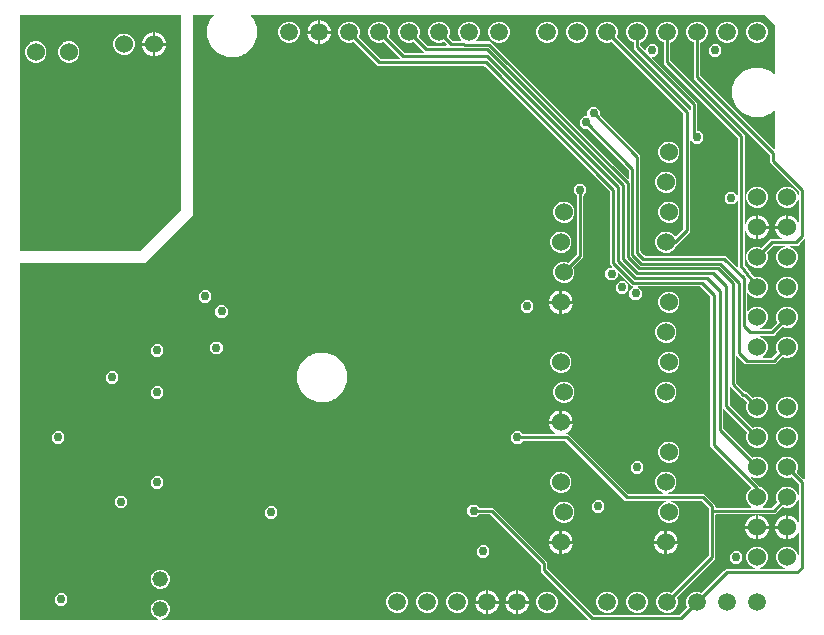
<source format=gbr>
G04 EAGLE Gerber RS-274X export*
G75*
%MOMM*%
%FSLAX34Y34*%
%LPD*%
%INEAGLE Copper Layer 15*%
%IPPOS*%
%AMOC8*
5,1,8,0,0,1.08239X$1,22.5*%
G01*
%ADD10C,1.508000*%
%ADD11C,1.524000*%
%ADD12C,1.320800*%
%ADD13C,0.756400*%
%ADD14C,0.254000*%

G36*
X127292Y10542D02*
X127292Y10542D01*
X127293Y10542D01*
X127389Y10561D01*
X127487Y10581D01*
X127488Y10582D01*
X127489Y10582D01*
X127570Y10638D01*
X127653Y10694D01*
X127654Y10695D01*
X127655Y10696D01*
X127710Y10781D01*
X127762Y10862D01*
X127762Y10863D01*
X127763Y10864D01*
X127780Y10963D01*
X127798Y11059D01*
X127797Y11061D01*
X127798Y11062D01*
X127776Y11158D01*
X127754Y11255D01*
X127753Y11256D01*
X127753Y11257D01*
X127695Y11338D01*
X127638Y11418D01*
X127637Y11419D01*
X127636Y11420D01*
X127485Y11518D01*
X124923Y12579D01*
X122636Y14866D01*
X121398Y17853D01*
X121398Y21087D01*
X122636Y24075D01*
X124923Y26361D01*
X126014Y26813D01*
X127238Y27321D01*
X127910Y27599D01*
X131144Y27599D01*
X134132Y26361D01*
X136418Y24075D01*
X137656Y21087D01*
X137656Y17853D01*
X136418Y14866D01*
X134132Y12579D01*
X134016Y12531D01*
X132792Y12024D01*
X132791Y12024D01*
X131569Y11518D01*
X131568Y11517D01*
X131567Y11517D01*
X131484Y11460D01*
X131403Y11406D01*
X131402Y11405D01*
X131401Y11404D01*
X131348Y11323D01*
X131293Y11238D01*
X131293Y11237D01*
X131292Y11236D01*
X131274Y11139D01*
X131256Y11041D01*
X131257Y11040D01*
X131256Y11039D01*
X131278Y10940D01*
X131299Y10845D01*
X131300Y10844D01*
X131300Y10843D01*
X131357Y10762D01*
X131414Y10681D01*
X131415Y10681D01*
X131416Y10680D01*
X131501Y10627D01*
X131584Y10575D01*
X131585Y10574D01*
X131586Y10574D01*
X131763Y10542D01*
X491392Y10542D01*
X491395Y10542D01*
X491397Y10542D01*
X491492Y10562D01*
X491589Y10581D01*
X491591Y10583D01*
X491594Y10583D01*
X491674Y10639D01*
X491755Y10694D01*
X491756Y10696D01*
X491758Y10698D01*
X491811Y10781D01*
X491864Y10862D01*
X491864Y10865D01*
X491866Y10867D01*
X491882Y10963D01*
X491899Y11059D01*
X491899Y11062D01*
X491899Y11064D01*
X491877Y11158D01*
X491856Y11255D01*
X491854Y11257D01*
X491854Y11260D01*
X491751Y11408D01*
X453651Y49508D01*
X451865Y51293D01*
X451865Y57052D01*
X451864Y57060D01*
X451865Y57068D01*
X451844Y57158D01*
X451826Y57249D01*
X451821Y57255D01*
X451819Y57263D01*
X451717Y57411D01*
X409201Y99927D01*
X409194Y99931D01*
X409190Y99937D01*
X409111Y99986D01*
X409034Y100038D01*
X409026Y100039D01*
X409020Y100043D01*
X408842Y100075D01*
X399890Y100075D01*
X399882Y100074D01*
X399875Y100075D01*
X399785Y100054D01*
X399694Y100036D01*
X399687Y100031D01*
X399680Y100029D01*
X399532Y99927D01*
X397168Y97563D01*
X392772Y97563D01*
X389663Y100672D01*
X389663Y105068D01*
X392772Y108177D01*
X397168Y108177D01*
X399532Y105813D01*
X399538Y105809D01*
X399543Y105803D01*
X399621Y105754D01*
X399699Y105702D01*
X399706Y105701D01*
X399713Y105697D01*
X399890Y105665D01*
X411368Y105665D01*
X455669Y61363D01*
X457455Y59578D01*
X457455Y53819D01*
X457456Y53811D01*
X457455Y53803D01*
X457476Y53713D01*
X457494Y53622D01*
X457499Y53616D01*
X457501Y53608D01*
X457603Y53460D01*
X496309Y14754D01*
X496316Y14750D01*
X496320Y14744D01*
X496399Y14695D01*
X496476Y14643D01*
X496484Y14642D01*
X496490Y14638D01*
X496668Y14606D01*
X569243Y14606D01*
X569251Y14607D01*
X569259Y14606D01*
X569349Y14627D01*
X569440Y14645D01*
X569446Y14650D01*
X569454Y14652D01*
X569602Y14754D01*
X575865Y21017D01*
X575869Y21023D01*
X575874Y21026D01*
X575923Y21105D01*
X575976Y21184D01*
X575977Y21191D01*
X575981Y21196D01*
X575996Y21289D01*
X576013Y21381D01*
X576012Y21387D01*
X576013Y21394D01*
X575975Y21570D01*
X575135Y23597D01*
X575135Y27203D01*
X576515Y30535D01*
X579065Y33085D01*
X579845Y33408D01*
X581069Y33915D01*
X582294Y34422D01*
X582397Y34465D01*
X586003Y34465D01*
X588030Y33625D01*
X588036Y33624D01*
X588042Y33620D01*
X588135Y33605D01*
X588227Y33587D01*
X588233Y33588D01*
X588240Y33587D01*
X588331Y33608D01*
X588423Y33627D01*
X588428Y33631D01*
X588435Y33632D01*
X588583Y33735D01*
X606657Y51809D01*
X608442Y53595D01*
X632467Y53595D01*
X632468Y53595D01*
X632470Y53595D01*
X632565Y53614D01*
X632664Y53634D01*
X632665Y53635D01*
X632666Y53635D01*
X632746Y53691D01*
X632829Y53747D01*
X632830Y53748D01*
X632831Y53749D01*
X632886Y53834D01*
X632939Y53915D01*
X632939Y53916D01*
X632940Y53917D01*
X632957Y54016D01*
X632974Y54112D01*
X632974Y54114D01*
X632974Y54115D01*
X632952Y54211D01*
X632931Y54308D01*
X632930Y54309D01*
X632930Y54310D01*
X632872Y54391D01*
X632815Y54471D01*
X632813Y54472D01*
X632813Y54473D01*
X632661Y54571D01*
X629820Y55747D01*
X627247Y58320D01*
X625855Y61681D01*
X625855Y65319D01*
X627247Y68680D01*
X629820Y71253D01*
X630300Y71451D01*
X631524Y71959D01*
X631525Y71959D01*
X632749Y72466D01*
X633181Y72645D01*
X636819Y72645D01*
X640180Y71253D01*
X642753Y68680D01*
X644145Y65319D01*
X644145Y61681D01*
X642753Y58320D01*
X640180Y55747D01*
X639939Y55647D01*
X639938Y55647D01*
X638714Y55140D01*
X637489Y54633D01*
X637339Y54571D01*
X637338Y54570D01*
X637336Y54570D01*
X637254Y54513D01*
X637172Y54459D01*
X637172Y54458D01*
X637171Y54457D01*
X637118Y54376D01*
X637062Y54291D01*
X637062Y54290D01*
X637061Y54289D01*
X637044Y54192D01*
X637026Y54094D01*
X637026Y54093D01*
X637026Y54092D01*
X637048Y53993D01*
X637068Y53898D01*
X637069Y53897D01*
X637069Y53896D01*
X637127Y53815D01*
X637184Y53734D01*
X637185Y53734D01*
X637185Y53733D01*
X637270Y53680D01*
X637353Y53628D01*
X637355Y53627D01*
X637356Y53627D01*
X637533Y53595D01*
X657867Y53595D01*
X657868Y53595D01*
X657870Y53595D01*
X657965Y53614D01*
X658064Y53634D01*
X658065Y53635D01*
X658066Y53635D01*
X658146Y53691D01*
X658229Y53747D01*
X658230Y53748D01*
X658231Y53749D01*
X658286Y53834D01*
X658339Y53915D01*
X658339Y53916D01*
X658340Y53917D01*
X658357Y54016D01*
X658374Y54112D01*
X658374Y54114D01*
X658374Y54115D01*
X658352Y54211D01*
X658331Y54308D01*
X658330Y54309D01*
X658330Y54310D01*
X658272Y54391D01*
X658215Y54471D01*
X658213Y54472D01*
X658213Y54473D01*
X658061Y54571D01*
X655220Y55747D01*
X652647Y58320D01*
X651255Y61681D01*
X651255Y65319D01*
X652647Y68680D01*
X655220Y71253D01*
X655700Y71451D01*
X656924Y71959D01*
X656925Y71959D01*
X658149Y72466D01*
X658581Y72645D01*
X662219Y72645D01*
X665580Y71253D01*
X668153Y68680D01*
X669329Y65839D01*
X669330Y65838D01*
X669330Y65836D01*
X669387Y65754D01*
X669441Y65672D01*
X669442Y65672D01*
X669443Y65671D01*
X669524Y65618D01*
X669609Y65562D01*
X669610Y65562D01*
X669611Y65561D01*
X669708Y65544D01*
X669806Y65526D01*
X669807Y65526D01*
X669808Y65526D01*
X669907Y65548D01*
X670002Y65568D01*
X670003Y65569D01*
X670004Y65569D01*
X670085Y65627D01*
X670166Y65684D01*
X670166Y65685D01*
X670167Y65685D01*
X670220Y65770D01*
X670272Y65853D01*
X670273Y65855D01*
X670273Y65856D01*
X670305Y66033D01*
X670305Y83846D01*
X670289Y83927D01*
X670279Y84008D01*
X670269Y84024D01*
X670266Y84043D01*
X670220Y84111D01*
X670179Y84182D01*
X670164Y84193D01*
X670153Y84209D01*
X670084Y84253D01*
X670019Y84303D01*
X670001Y84308D01*
X669985Y84318D01*
X669904Y84333D01*
X669825Y84353D01*
X669806Y84350D01*
X669788Y84354D01*
X669707Y84336D01*
X669627Y84324D01*
X669611Y84314D01*
X669592Y84310D01*
X669525Y84263D01*
X669455Y84220D01*
X669443Y84204D01*
X669429Y84194D01*
X669399Y84146D01*
X669346Y84077D01*
X669090Y83575D01*
X668150Y82281D01*
X667019Y81150D01*
X665725Y80210D01*
X664300Y79484D01*
X662779Y78989D01*
X661415Y78773D01*
X661415Y88392D01*
X661414Y88397D01*
X661415Y88402D01*
X661394Y88495D01*
X661376Y88588D01*
X661373Y88593D01*
X661372Y88598D01*
X661316Y88676D01*
X661263Y88754D01*
X661259Y88757D01*
X661256Y88761D01*
X661174Y88812D01*
X661095Y88863D01*
X661090Y88864D01*
X661085Y88867D01*
X660908Y88899D01*
X660399Y88899D01*
X660399Y88901D01*
X660908Y88901D01*
X660913Y88902D01*
X660918Y88901D01*
X661011Y88922D01*
X661104Y88940D01*
X661109Y88943D01*
X661114Y88945D01*
X661192Y89000D01*
X661270Y89053D01*
X661273Y89058D01*
X661277Y89061D01*
X661328Y89142D01*
X661379Y89221D01*
X661380Y89226D01*
X661383Y89231D01*
X661415Y89408D01*
X661415Y99027D01*
X662779Y98811D01*
X664300Y98316D01*
X665725Y97590D01*
X667019Y96650D01*
X668150Y95519D01*
X669090Y94225D01*
X669346Y93723D01*
X669397Y93659D01*
X669443Y93591D01*
X669459Y93581D01*
X669471Y93566D01*
X669542Y93527D01*
X669611Y93482D01*
X669630Y93479D01*
X669646Y93470D01*
X669728Y93461D01*
X669808Y93446D01*
X669827Y93451D01*
X669846Y93449D01*
X669924Y93472D01*
X670004Y93490D01*
X670019Y93501D01*
X670037Y93506D01*
X670101Y93559D01*
X670167Y93606D01*
X670177Y93622D01*
X670192Y93634D01*
X670230Y93707D01*
X670273Y93776D01*
X670277Y93796D01*
X670285Y93812D01*
X670290Y93868D01*
X670305Y93954D01*
X670305Y111767D01*
X670305Y111768D01*
X670305Y111770D01*
X670286Y111865D01*
X670266Y111964D01*
X670265Y111965D01*
X670265Y111966D01*
X670209Y112046D01*
X670153Y112129D01*
X670152Y112130D01*
X670151Y112131D01*
X670066Y112186D01*
X669985Y112239D01*
X669984Y112239D01*
X669983Y112240D01*
X669884Y112257D01*
X669788Y112274D01*
X669786Y112274D01*
X669785Y112274D01*
X669689Y112252D01*
X669592Y112231D01*
X669591Y112230D01*
X669590Y112230D01*
X669509Y112172D01*
X669429Y112115D01*
X669428Y112113D01*
X669427Y112113D01*
X669329Y111961D01*
X668153Y109120D01*
X665580Y106547D01*
X665157Y106372D01*
X663933Y105865D01*
X662708Y105358D01*
X662219Y105155D01*
X658581Y105155D01*
X656509Y106014D01*
X656502Y106015D01*
X656497Y106018D01*
X656404Y106034D01*
X656312Y106052D01*
X656306Y106051D01*
X656299Y106052D01*
X656208Y106031D01*
X656116Y106012D01*
X656110Y106008D01*
X656104Y106006D01*
X655956Y105904D01*
X651913Y101861D01*
X650128Y100075D01*
X600202Y100075D01*
X600197Y100074D01*
X600192Y100075D01*
X600099Y100054D01*
X600005Y100036D01*
X600001Y100033D01*
X599996Y100032D01*
X599918Y99976D01*
X599840Y99923D01*
X599837Y99919D01*
X599833Y99916D01*
X599782Y99834D01*
X599730Y99755D01*
X599730Y99750D01*
X599727Y99745D01*
X599695Y99568D01*
X599695Y62342D01*
X597909Y60557D01*
X567135Y29783D01*
X567131Y29777D01*
X567126Y29774D01*
X567076Y29694D01*
X567024Y29616D01*
X567023Y29609D01*
X567019Y29604D01*
X567004Y29511D01*
X566987Y29419D01*
X566988Y29413D01*
X566987Y29406D01*
X567025Y29230D01*
X567865Y27203D01*
X567865Y23597D01*
X566485Y20265D01*
X563935Y17715D01*
X563665Y17604D01*
X562441Y17096D01*
X562440Y17096D01*
X561216Y16589D01*
X560603Y16335D01*
X556997Y16335D01*
X553665Y17715D01*
X551115Y20265D01*
X549735Y23597D01*
X549735Y27203D01*
X551115Y30535D01*
X553665Y33085D01*
X554445Y33408D01*
X555669Y33915D01*
X556894Y34422D01*
X556997Y34465D01*
X560603Y34465D01*
X562630Y33625D01*
X562636Y33624D01*
X562642Y33620D01*
X562735Y33605D01*
X562827Y33587D01*
X562833Y33588D01*
X562840Y33587D01*
X562931Y33608D01*
X563023Y33627D01*
X563028Y33631D01*
X563035Y33632D01*
X563183Y33735D01*
X593957Y64509D01*
X593961Y64516D01*
X593967Y64520D01*
X594016Y64599D01*
X594068Y64676D01*
X594069Y64684D01*
X594073Y64690D01*
X594105Y64868D01*
X594105Y105242D01*
X594104Y105250D01*
X594105Y105257D01*
X594084Y105347D01*
X594066Y105438D01*
X594061Y105445D01*
X594059Y105453D01*
X593957Y105601D01*
X588201Y111357D01*
X588194Y111361D01*
X588189Y111367D01*
X588111Y111416D01*
X588034Y111468D01*
X588026Y111469D01*
X588019Y111473D01*
X587842Y111505D01*
X562603Y111505D01*
X562602Y111505D01*
X562600Y111505D01*
X562505Y111486D01*
X562407Y111466D01*
X562405Y111465D01*
X562404Y111465D01*
X562324Y111409D01*
X562241Y111353D01*
X562240Y111352D01*
X562239Y111351D01*
X562184Y111266D01*
X562131Y111185D01*
X562131Y111184D01*
X562131Y111183D01*
X562113Y111084D01*
X562096Y110988D01*
X562096Y110986D01*
X562096Y110985D01*
X562118Y110889D01*
X562139Y110792D01*
X562140Y110791D01*
X562141Y110790D01*
X562198Y110709D01*
X562255Y110629D01*
X562257Y110628D01*
X562257Y110627D01*
X562409Y110529D01*
X565250Y109353D01*
X567823Y106780D01*
X569215Y103419D01*
X569215Y99781D01*
X567823Y96420D01*
X565250Y93847D01*
X564873Y93691D01*
X563648Y93184D01*
X562424Y92677D01*
X562423Y92677D01*
X561889Y92455D01*
X558251Y92455D01*
X554890Y93847D01*
X552317Y96420D01*
X550925Y99781D01*
X550925Y103419D01*
X552317Y106780D01*
X554890Y109353D01*
X555234Y109495D01*
X556459Y110002D01*
X557683Y110510D01*
X557731Y110529D01*
X557732Y110530D01*
X557733Y110530D01*
X557816Y110587D01*
X557897Y110641D01*
X557898Y110642D01*
X557899Y110643D01*
X557952Y110724D01*
X558008Y110809D01*
X558008Y110810D01*
X558009Y110811D01*
X558026Y110908D01*
X558044Y111006D01*
X558044Y111007D01*
X558044Y111008D01*
X558022Y111107D01*
X558002Y111202D01*
X558001Y111203D01*
X558001Y111204D01*
X557943Y111285D01*
X557886Y111366D01*
X557885Y111366D01*
X557885Y111367D01*
X557800Y111420D01*
X557717Y111472D01*
X557715Y111473D01*
X557714Y111473D01*
X557537Y111505D01*
X523352Y111505D01*
X472701Y162157D01*
X472694Y162161D01*
X472690Y162167D01*
X472611Y162216D01*
X472534Y162268D01*
X472526Y162269D01*
X472520Y162273D01*
X472342Y162305D01*
X436720Y162305D01*
X436712Y162304D01*
X436705Y162305D01*
X436615Y162284D01*
X436524Y162266D01*
X436517Y162261D01*
X436510Y162259D01*
X436362Y162157D01*
X433998Y159793D01*
X429602Y159793D01*
X426493Y162902D01*
X426493Y167298D01*
X429602Y170407D01*
X433998Y170407D01*
X436362Y168043D01*
X436368Y168039D01*
X436373Y168033D01*
X436451Y167984D01*
X436529Y167932D01*
X436536Y167931D01*
X436543Y167927D01*
X436720Y167895D01*
X463576Y167895D01*
X463657Y167911D01*
X463738Y167921D01*
X463754Y167931D01*
X463773Y167934D01*
X463841Y167980D01*
X463912Y168021D01*
X463923Y168036D01*
X463939Y168047D01*
X463983Y168116D01*
X464033Y168181D01*
X464038Y168199D01*
X464048Y168215D01*
X464063Y168296D01*
X464083Y168375D01*
X464080Y168394D01*
X464084Y168412D01*
X464066Y168493D01*
X464054Y168573D01*
X464044Y168589D01*
X464040Y168608D01*
X463993Y168675D01*
X463950Y168745D01*
X463934Y168757D01*
X463924Y168771D01*
X463876Y168801D01*
X463807Y168854D01*
X463305Y169110D01*
X462011Y170050D01*
X460880Y171181D01*
X459940Y172475D01*
X459214Y173900D01*
X458719Y175421D01*
X458503Y176785D01*
X468122Y176785D01*
X468127Y176786D01*
X468132Y176785D01*
X468225Y176806D01*
X468318Y176824D01*
X468323Y176827D01*
X468328Y176828D01*
X468406Y176884D01*
X468484Y176937D01*
X468487Y176941D01*
X468491Y176944D01*
X468542Y177026D01*
X468593Y177105D01*
X468594Y177110D01*
X468597Y177115D01*
X468629Y177292D01*
X468629Y177801D01*
X468631Y177801D01*
X468631Y177292D01*
X468632Y177287D01*
X468631Y177282D01*
X468652Y177189D01*
X468670Y177096D01*
X468673Y177091D01*
X468675Y177086D01*
X468730Y177008D01*
X468783Y176930D01*
X468788Y176927D01*
X468791Y176923D01*
X468872Y176872D01*
X468951Y176820D01*
X468956Y176820D01*
X468961Y176817D01*
X469138Y176785D01*
X478757Y176785D01*
X478541Y175421D01*
X478046Y173900D01*
X477320Y172475D01*
X476380Y171181D01*
X475249Y170050D01*
X473955Y169110D01*
X473453Y168854D01*
X473389Y168803D01*
X473321Y168757D01*
X473311Y168741D01*
X473296Y168729D01*
X473257Y168658D01*
X473212Y168589D01*
X473209Y168570D01*
X473200Y168554D01*
X473191Y168472D01*
X473176Y168392D01*
X473181Y168373D01*
X473179Y168354D01*
X473202Y168276D01*
X473220Y168196D01*
X473231Y168181D01*
X473236Y168163D01*
X473289Y168099D01*
X473336Y168033D01*
X473352Y168023D01*
X473364Y168008D01*
X473437Y167970D01*
X473506Y167927D01*
X473526Y167923D01*
X473542Y167915D01*
X473598Y167910D01*
X473684Y167895D01*
X474868Y167895D01*
X525519Y117243D01*
X525526Y117239D01*
X525530Y117233D01*
X525609Y117184D01*
X525686Y117132D01*
X525694Y117131D01*
X525700Y117127D01*
X525878Y117095D01*
X554997Y117095D01*
X554998Y117095D01*
X555000Y117095D01*
X555095Y117114D01*
X555194Y117134D01*
X555195Y117135D01*
X555196Y117135D01*
X555276Y117191D01*
X555359Y117247D01*
X555360Y117248D01*
X555361Y117249D01*
X555416Y117334D01*
X555469Y117415D01*
X555469Y117416D01*
X555470Y117417D01*
X555487Y117516D01*
X555504Y117612D01*
X555504Y117614D01*
X555504Y117615D01*
X555483Y117709D01*
X555461Y117808D01*
X555460Y117809D01*
X555460Y117810D01*
X555402Y117891D01*
X555345Y117971D01*
X555343Y117972D01*
X555343Y117973D01*
X555191Y118071D01*
X552350Y119247D01*
X549777Y121820D01*
X548385Y125181D01*
X548385Y128819D01*
X549777Y132180D01*
X552350Y134753D01*
X552603Y134858D01*
X552604Y134858D01*
X553828Y135365D01*
X555053Y135872D01*
X555711Y136145D01*
X559349Y136145D01*
X562710Y134753D01*
X565283Y132180D01*
X566675Y128819D01*
X566675Y125181D01*
X565283Y121820D01*
X562710Y119247D01*
X562242Y119054D01*
X561018Y118546D01*
X561017Y118546D01*
X559869Y118071D01*
X559868Y118070D01*
X559866Y118070D01*
X559784Y118013D01*
X559702Y117959D01*
X559702Y117958D01*
X559701Y117957D01*
X559648Y117876D01*
X559592Y117791D01*
X559592Y117790D01*
X559591Y117789D01*
X559574Y117692D01*
X559556Y117594D01*
X559556Y117593D01*
X559556Y117592D01*
X559578Y117493D01*
X559598Y117398D01*
X559599Y117397D01*
X559599Y117396D01*
X559657Y117315D01*
X559714Y117234D01*
X559715Y117234D01*
X559715Y117233D01*
X559800Y117180D01*
X559883Y117128D01*
X559885Y117127D01*
X559886Y117127D01*
X560063Y117095D01*
X590367Y117095D01*
X599695Y107767D01*
X599695Y106172D01*
X599696Y106167D01*
X599695Y106162D01*
X599716Y106069D01*
X599734Y105975D01*
X599737Y105971D01*
X599738Y105966D01*
X599794Y105888D01*
X599847Y105810D01*
X599851Y105807D01*
X599854Y105803D01*
X599936Y105752D01*
X600015Y105700D01*
X600020Y105700D01*
X600025Y105697D01*
X600202Y105665D01*
X629478Y105665D01*
X629481Y105665D01*
X629483Y105665D01*
X629578Y105685D01*
X629675Y105704D01*
X629677Y105706D01*
X629679Y105706D01*
X629760Y105762D01*
X629840Y105817D01*
X629842Y105819D01*
X629844Y105821D01*
X629897Y105904D01*
X629950Y105985D01*
X629950Y105988D01*
X629952Y105990D01*
X629968Y106086D01*
X629985Y106182D01*
X629985Y106185D01*
X629985Y106187D01*
X629963Y106281D01*
X629942Y106378D01*
X629940Y106380D01*
X629940Y106383D01*
X629837Y106531D01*
X627247Y109120D01*
X625855Y112481D01*
X625855Y116119D01*
X627247Y119480D01*
X629820Y122053D01*
X629893Y122083D01*
X629896Y122085D01*
X629900Y122086D01*
X629980Y122141D01*
X630059Y122195D01*
X630062Y122198D01*
X630065Y122200D01*
X630117Y122282D01*
X630169Y122362D01*
X630170Y122366D01*
X630172Y122369D01*
X630189Y122465D01*
X630206Y122559D01*
X630205Y122563D01*
X630206Y122567D01*
X630184Y122661D01*
X630163Y122755D01*
X630161Y122758D01*
X630160Y122762D01*
X630058Y122910D01*
X595375Y157592D01*
X595375Y284382D01*
X595374Y284390D01*
X595375Y284398D01*
X595354Y284488D01*
X595336Y284579D01*
X595331Y284585D01*
X595329Y284593D01*
X595227Y284741D01*
X587001Y292967D01*
X586994Y292971D01*
X586990Y292977D01*
X586911Y293026D01*
X586834Y293078D01*
X586826Y293079D01*
X586820Y293083D01*
X586642Y293115D01*
X534764Y293115D01*
X534762Y293115D01*
X534759Y293115D01*
X534664Y293095D01*
X534568Y293076D01*
X534565Y293074D01*
X534563Y293074D01*
X534482Y293018D01*
X534402Y292963D01*
X534400Y292961D01*
X534398Y292959D01*
X534345Y292876D01*
X534293Y292795D01*
X534292Y292792D01*
X534291Y292790D01*
X534274Y292694D01*
X534257Y292598D01*
X534258Y292595D01*
X534257Y292593D01*
X534279Y292499D01*
X534301Y292402D01*
X534302Y292400D01*
X534303Y292397D01*
X534405Y292249D01*
X537437Y289218D01*
X537437Y284822D01*
X534328Y281713D01*
X529932Y281713D01*
X526823Y284822D01*
X526823Y289218D01*
X529855Y292249D01*
X529856Y292252D01*
X529858Y292253D01*
X529911Y292334D01*
X529965Y292416D01*
X529966Y292419D01*
X529967Y292421D01*
X529985Y292517D01*
X530003Y292613D01*
X530003Y292616D01*
X530003Y292618D01*
X529982Y292715D01*
X529961Y292809D01*
X529960Y292811D01*
X529959Y292814D01*
X529903Y292893D01*
X529847Y292974D01*
X529845Y292975D01*
X529843Y292977D01*
X529761Y293029D01*
X529678Y293081D01*
X529675Y293082D01*
X529673Y293083D01*
X529496Y293115D01*
X528906Y293115D01*
X527120Y294901D01*
X517983Y304038D01*
X517980Y304040D01*
X517979Y304042D01*
X517898Y304094D01*
X517816Y304149D01*
X517813Y304150D01*
X517811Y304151D01*
X517715Y304168D01*
X517619Y304187D01*
X517616Y304186D01*
X517614Y304187D01*
X517517Y304165D01*
X517423Y304145D01*
X517421Y304144D01*
X517418Y304143D01*
X517338Y304086D01*
X517258Y304031D01*
X517257Y304029D01*
X517255Y304027D01*
X517203Y303944D01*
X517151Y303862D01*
X517150Y303859D01*
X517149Y303857D01*
X517117Y303679D01*
X517117Y301332D01*
X514008Y298223D01*
X509612Y298223D01*
X506503Y301332D01*
X506503Y305728D01*
X509612Y308837D01*
X511959Y308837D01*
X511962Y308837D01*
X511965Y308837D01*
X512060Y308857D01*
X512156Y308876D01*
X512158Y308878D01*
X512161Y308878D01*
X512241Y308934D01*
X512322Y308989D01*
X512323Y308991D01*
X512325Y308993D01*
X512379Y309076D01*
X512431Y309157D01*
X512431Y309160D01*
X512433Y309162D01*
X512449Y309258D01*
X512467Y309354D01*
X512466Y309357D01*
X512466Y309359D01*
X512445Y309453D01*
X512423Y309550D01*
X512421Y309552D01*
X512421Y309555D01*
X512318Y309703D01*
X512071Y309950D01*
X510285Y311736D01*
X510285Y373282D01*
X510284Y373290D01*
X510285Y373298D01*
X510264Y373388D01*
X510246Y373479D01*
X510241Y373485D01*
X510239Y373493D01*
X510137Y373641D01*
X404121Y479657D01*
X404114Y479661D01*
X404110Y479667D01*
X404031Y479716D01*
X403954Y479768D01*
X403946Y479769D01*
X403940Y479773D01*
X403762Y479805D01*
X313802Y479805D01*
X312017Y481591D01*
X293943Y499665D01*
X293937Y499669D01*
X293934Y499674D01*
X293854Y499724D01*
X293776Y499776D01*
X293769Y499777D01*
X293764Y499781D01*
X293671Y499796D01*
X293579Y499813D01*
X293573Y499812D01*
X293566Y499813D01*
X293390Y499775D01*
X292705Y499491D01*
X291481Y498984D01*
X291480Y498984D01*
X291363Y498935D01*
X287757Y498935D01*
X284425Y500315D01*
X281875Y502865D01*
X280495Y506197D01*
X280495Y509803D01*
X281875Y513135D01*
X284425Y515685D01*
X284709Y515802D01*
X285934Y516310D01*
X287158Y516817D01*
X287159Y516817D01*
X287757Y517065D01*
X291363Y517065D01*
X294695Y515685D01*
X297245Y513135D01*
X298625Y509803D01*
X298625Y506197D01*
X297785Y504170D01*
X297784Y504164D01*
X297780Y504158D01*
X297765Y504065D01*
X297747Y503973D01*
X297748Y503967D01*
X297747Y503960D01*
X297768Y503869D01*
X297787Y503777D01*
X297791Y503772D01*
X297792Y503765D01*
X297895Y503617D01*
X315969Y485543D01*
X315976Y485539D01*
X315980Y485533D01*
X316059Y485484D01*
X316136Y485432D01*
X316144Y485431D01*
X316150Y485427D01*
X316328Y485395D01*
X332388Y485395D01*
X332391Y485395D01*
X332394Y485395D01*
X332489Y485415D01*
X332585Y485434D01*
X332587Y485436D01*
X332590Y485436D01*
X332669Y485492D01*
X332751Y485547D01*
X332752Y485549D01*
X332754Y485551D01*
X332807Y485634D01*
X332860Y485715D01*
X332860Y485718D01*
X332862Y485720D01*
X332878Y485816D01*
X332895Y485912D01*
X332895Y485915D01*
X332895Y485917D01*
X332874Y486010D01*
X332852Y486108D01*
X332850Y486110D01*
X332850Y486113D01*
X332747Y486261D01*
X332337Y486671D01*
X319343Y499665D01*
X319337Y499669D01*
X319334Y499674D01*
X319254Y499724D01*
X319176Y499776D01*
X319169Y499777D01*
X319164Y499781D01*
X319071Y499796D01*
X318979Y499813D01*
X318973Y499812D01*
X318966Y499813D01*
X318790Y499775D01*
X318105Y499491D01*
X316881Y498984D01*
X316880Y498984D01*
X316763Y498935D01*
X313157Y498935D01*
X309825Y500315D01*
X307275Y502865D01*
X305895Y506197D01*
X305895Y509803D01*
X307275Y513135D01*
X309825Y515685D01*
X310109Y515802D01*
X311334Y516310D01*
X312558Y516817D01*
X312559Y516817D01*
X313157Y517065D01*
X316763Y517065D01*
X320095Y515685D01*
X322645Y513135D01*
X324025Y509803D01*
X324025Y506197D01*
X323185Y504170D01*
X323184Y504164D01*
X323180Y504158D01*
X323165Y504065D01*
X323147Y503973D01*
X323148Y503967D01*
X323147Y503960D01*
X323168Y503869D01*
X323187Y503777D01*
X323191Y503772D01*
X323192Y503765D01*
X323295Y503617D01*
X336289Y490623D01*
X336296Y490619D01*
X336300Y490613D01*
X336379Y490564D01*
X336456Y490512D01*
X336464Y490511D01*
X336470Y490507D01*
X336648Y490475D01*
X352708Y490475D01*
X352711Y490475D01*
X352713Y490475D01*
X352808Y490495D01*
X352905Y490514D01*
X352907Y490516D01*
X352910Y490516D01*
X352990Y490572D01*
X353071Y490627D01*
X353072Y490629D01*
X353074Y490631D01*
X353127Y490714D01*
X353180Y490795D01*
X353180Y490798D01*
X353182Y490800D01*
X353198Y490895D01*
X353215Y490992D01*
X353215Y490995D01*
X353215Y490997D01*
X353193Y491092D01*
X353172Y491188D01*
X353170Y491190D01*
X353170Y491193D01*
X353067Y491341D01*
X351387Y493021D01*
X344743Y499665D01*
X344737Y499669D01*
X344734Y499674D01*
X344654Y499724D01*
X344576Y499776D01*
X344569Y499777D01*
X344564Y499781D01*
X344471Y499796D01*
X344379Y499813D01*
X344373Y499812D01*
X344366Y499813D01*
X344190Y499775D01*
X343505Y499491D01*
X342281Y498984D01*
X342280Y498984D01*
X342163Y498935D01*
X338557Y498935D01*
X335225Y500315D01*
X332675Y502865D01*
X331295Y506197D01*
X331295Y509803D01*
X332675Y513135D01*
X335225Y515685D01*
X335509Y515802D01*
X336734Y516310D01*
X337958Y516817D01*
X337959Y516817D01*
X338557Y517065D01*
X342163Y517065D01*
X345495Y515685D01*
X348045Y513135D01*
X349425Y509803D01*
X349425Y506197D01*
X348585Y504170D01*
X348584Y504164D01*
X348580Y504158D01*
X348565Y504065D01*
X348547Y503973D01*
X348548Y503967D01*
X348547Y503960D01*
X348568Y503869D01*
X348587Y503777D01*
X348591Y503772D01*
X348592Y503765D01*
X348695Y503617D01*
X355339Y496973D01*
X355346Y496969D01*
X355350Y496963D01*
X355429Y496914D01*
X355506Y496862D01*
X355514Y496861D01*
X355520Y496857D01*
X355698Y496825D01*
X371758Y496825D01*
X371761Y496825D01*
X371763Y496825D01*
X371858Y496845D01*
X371955Y496864D01*
X371957Y496866D01*
X371960Y496866D01*
X372040Y496922D01*
X372121Y496977D01*
X372122Y496979D01*
X372124Y496981D01*
X372177Y497064D01*
X372230Y497145D01*
X372230Y497148D01*
X372232Y497150D01*
X372248Y497246D01*
X372265Y497342D01*
X372265Y497345D01*
X372265Y497347D01*
X372243Y497441D01*
X372222Y497538D01*
X372220Y497540D01*
X372220Y497543D01*
X372117Y497691D01*
X370143Y499665D01*
X370137Y499669D01*
X370134Y499674D01*
X370054Y499724D01*
X369976Y499776D01*
X369969Y499777D01*
X369964Y499781D01*
X369871Y499796D01*
X369779Y499813D01*
X369773Y499812D01*
X369766Y499813D01*
X369590Y499775D01*
X368905Y499491D01*
X367681Y498984D01*
X367680Y498984D01*
X367563Y498935D01*
X363957Y498935D01*
X360625Y500315D01*
X358075Y502865D01*
X356695Y506197D01*
X356695Y509803D01*
X358075Y513135D01*
X360625Y515685D01*
X360909Y515802D01*
X362134Y516310D01*
X363358Y516817D01*
X363359Y516817D01*
X363957Y517065D01*
X367563Y517065D01*
X370895Y515685D01*
X373445Y513135D01*
X374825Y509803D01*
X374825Y506197D01*
X373985Y504170D01*
X373984Y504164D01*
X373980Y504158D01*
X373965Y504065D01*
X373947Y503973D01*
X373948Y503967D01*
X373947Y503960D01*
X373968Y503869D01*
X373987Y503777D01*
X373991Y503772D01*
X373992Y503765D01*
X374095Y503617D01*
X376675Y501037D01*
X376682Y501033D01*
X376686Y501027D01*
X376765Y500978D01*
X376842Y500926D01*
X376850Y500925D01*
X376856Y500921D01*
X377034Y500889D01*
X384227Y500889D01*
X384230Y500889D01*
X384232Y500889D01*
X384327Y500909D01*
X384424Y500928D01*
X384426Y500930D01*
X384428Y500930D01*
X384509Y500986D01*
X384590Y501041D01*
X384591Y501043D01*
X384593Y501045D01*
X384646Y501128D01*
X384699Y501209D01*
X384699Y501212D01*
X384701Y501214D01*
X384717Y501310D01*
X384734Y501406D01*
X384734Y501409D01*
X384734Y501411D01*
X384712Y501506D01*
X384691Y501602D01*
X384689Y501604D01*
X384689Y501607D01*
X384586Y501755D01*
X383475Y502865D01*
X382095Y506197D01*
X382095Y509803D01*
X383475Y513135D01*
X386025Y515685D01*
X386309Y515802D01*
X387534Y516310D01*
X388758Y516817D01*
X388759Y516817D01*
X389357Y517065D01*
X392963Y517065D01*
X396295Y515685D01*
X398845Y513135D01*
X400225Y509803D01*
X400225Y506197D01*
X398845Y502865D01*
X397306Y501327D01*
X397305Y501324D01*
X397302Y501323D01*
X397250Y501242D01*
X397195Y501160D01*
X397195Y501157D01*
X397193Y501155D01*
X397176Y501059D01*
X397158Y500963D01*
X397158Y500960D01*
X397158Y500958D01*
X397179Y500861D01*
X397199Y500767D01*
X397201Y500765D01*
X397201Y500762D01*
X397258Y500682D01*
X397313Y500602D01*
X397316Y500601D01*
X397317Y500599D01*
X397401Y500546D01*
X397483Y500495D01*
X397485Y500494D01*
X397487Y500493D01*
X397665Y500461D01*
X409066Y500461D01*
X525675Y383852D01*
X525678Y383850D01*
X525679Y383848D01*
X525760Y383796D01*
X525842Y383741D01*
X525845Y383740D01*
X525847Y383739D01*
X525943Y383722D01*
X526039Y383703D01*
X526042Y383704D01*
X526044Y383703D01*
X526141Y383725D01*
X526235Y383745D01*
X526237Y383746D01*
X526240Y383747D01*
X526320Y383803D01*
X526400Y383859D01*
X526401Y383861D01*
X526403Y383863D01*
X526455Y383946D01*
X526507Y384028D01*
X526508Y384031D01*
X526509Y384033D01*
X526541Y384210D01*
X526541Y391316D01*
X526540Y391324D01*
X526541Y391332D01*
X526520Y391422D01*
X526502Y391513D01*
X526497Y391519D01*
X526495Y391527D01*
X526393Y391675D01*
X491723Y426345D01*
X491720Y426347D01*
X491718Y426349D01*
X491715Y426351D01*
X491712Y426355D01*
X491633Y426404D01*
X491556Y426456D01*
X491548Y426457D01*
X491542Y426461D01*
X491364Y426493D01*
X488022Y426493D01*
X484913Y429602D01*
X484913Y433998D01*
X488022Y437107D01*
X490756Y437107D01*
X490761Y437108D01*
X490766Y437107D01*
X490859Y437128D01*
X490953Y437146D01*
X490957Y437149D01*
X490962Y437150D01*
X491040Y437206D01*
X491118Y437259D01*
X491121Y437263D01*
X491125Y437266D01*
X491176Y437348D01*
X491228Y437427D01*
X491228Y437432D01*
X491231Y437437D01*
X491263Y437614D01*
X491263Y441618D01*
X494372Y444727D01*
X498768Y444727D01*
X501877Y441618D01*
X501877Y438276D01*
X501878Y438268D01*
X501877Y438260D01*
X501898Y438170D01*
X501916Y438079D01*
X501921Y438073D01*
X501923Y438065D01*
X502025Y437917D01*
X536195Y403748D01*
X536195Y322678D01*
X536196Y322670D01*
X536195Y322662D01*
X536216Y322572D01*
X536234Y322481D01*
X536239Y322475D01*
X536241Y322467D01*
X536343Y322319D01*
X539489Y319173D01*
X539496Y319169D01*
X539500Y319163D01*
X539579Y319114D01*
X539656Y319062D01*
X539664Y319061D01*
X539670Y319057D01*
X539848Y319025D01*
X608218Y319025D01*
X610003Y317239D01*
X617787Y309455D01*
X617791Y309453D01*
X617793Y309450D01*
X617830Y309427D01*
X617844Y309418D01*
X617895Y309373D01*
X617927Y309363D01*
X617954Y309344D01*
X618021Y309332D01*
X618086Y309310D01*
X618119Y309313D01*
X618151Y309307D01*
X618218Y309321D01*
X618285Y309326D01*
X618315Y309341D01*
X618347Y309348D01*
X618403Y309387D01*
X618463Y309418D01*
X618485Y309444D01*
X618512Y309463D01*
X618548Y309520D01*
X618592Y309572D01*
X618603Y309606D01*
X618619Y309632D01*
X618628Y309681D01*
X618648Y309744D01*
X618738Y310388D01*
X618736Y310421D01*
X618743Y310459D01*
X618743Y364904D01*
X618743Y364906D01*
X618743Y364909D01*
X618723Y365004D01*
X618704Y365100D01*
X618702Y365103D01*
X618702Y365105D01*
X618646Y365186D01*
X618591Y365266D01*
X618589Y365268D01*
X618587Y365270D01*
X618504Y365323D01*
X618423Y365375D01*
X618420Y365376D01*
X618418Y365377D01*
X618322Y365394D01*
X618226Y365411D01*
X618223Y365410D01*
X618221Y365411D01*
X618127Y365389D01*
X618030Y365367D01*
X618028Y365366D01*
X618025Y365365D01*
X617877Y365263D01*
X614973Y362358D01*
X610577Y362358D01*
X607468Y365467D01*
X607468Y369863D01*
X610577Y372972D01*
X614973Y372972D01*
X617877Y370067D01*
X617880Y370066D01*
X617881Y370064D01*
X617962Y370011D01*
X618044Y369957D01*
X618047Y369956D01*
X618049Y369955D01*
X618145Y369937D01*
X618241Y369919D01*
X618244Y369919D01*
X618246Y369919D01*
X618343Y369940D01*
X618437Y369961D01*
X618439Y369962D01*
X618442Y369963D01*
X618522Y370019D01*
X618602Y370075D01*
X618603Y370077D01*
X618605Y370079D01*
X618657Y370161D01*
X618709Y370244D01*
X618710Y370247D01*
X618711Y370249D01*
X618743Y370426D01*
X618743Y418494D01*
X618742Y418502D01*
X618743Y418510D01*
X618722Y418600D01*
X618704Y418691D01*
X618699Y418697D01*
X618697Y418705D01*
X618595Y418853D01*
X556005Y481442D01*
X556005Y499007D01*
X556004Y499014D01*
X556005Y499020D01*
X555984Y499112D01*
X555966Y499204D01*
X555962Y499209D01*
X555961Y499215D01*
X555906Y499292D01*
X555853Y499369D01*
X555848Y499373D01*
X555844Y499378D01*
X555692Y499476D01*
X553665Y500315D01*
X551115Y502865D01*
X549735Y506197D01*
X549735Y509803D01*
X551115Y513135D01*
X553665Y515685D01*
X553949Y515802D01*
X555174Y516310D01*
X556398Y516817D01*
X556399Y516817D01*
X556997Y517065D01*
X560603Y517065D01*
X563935Y515685D01*
X566485Y513135D01*
X567865Y509803D01*
X567865Y506197D01*
X566485Y502865D01*
X563935Y500315D01*
X563170Y499998D01*
X561945Y499491D01*
X561908Y499476D01*
X561902Y499472D01*
X561896Y499471D01*
X561819Y499416D01*
X561741Y499364D01*
X561738Y499358D01*
X561733Y499355D01*
X561683Y499275D01*
X561631Y499196D01*
X561630Y499190D01*
X561627Y499184D01*
X561595Y499007D01*
X561595Y483968D01*
X561596Y483960D01*
X561595Y483952D01*
X561616Y483862D01*
X561634Y483771D01*
X561639Y483765D01*
X561641Y483757D01*
X561743Y483609D01*
X624333Y421020D01*
X624333Y346153D01*
X624337Y346132D01*
X624335Y346111D01*
X624357Y346034D01*
X624372Y345956D01*
X624384Y345939D01*
X624390Y345918D01*
X624440Y345856D01*
X624485Y345791D01*
X624503Y345779D01*
X624516Y345762D01*
X624587Y345725D01*
X624653Y345681D01*
X624674Y345678D01*
X624693Y345667D01*
X624772Y345660D01*
X624850Y345646D01*
X624871Y345650D01*
X624893Y345648D01*
X624968Y345672D01*
X625046Y345689D01*
X625063Y345702D01*
X625084Y345708D01*
X625145Y345759D01*
X625209Y345805D01*
X625221Y345824D01*
X625237Y345837D01*
X625287Y345930D01*
X625315Y345976D01*
X625317Y345986D01*
X625322Y345996D01*
X625584Y346800D01*
X626310Y348225D01*
X627250Y349519D01*
X628381Y350650D01*
X629675Y351590D01*
X631100Y352316D01*
X632621Y352811D01*
X633985Y353027D01*
X633985Y343408D01*
X633986Y343403D01*
X633985Y343398D01*
X634006Y343305D01*
X634024Y343212D01*
X634027Y343207D01*
X634028Y343202D01*
X634084Y343124D01*
X634137Y343046D01*
X634141Y343043D01*
X634144Y343039D01*
X634226Y342988D01*
X634305Y342937D01*
X634310Y342936D01*
X634315Y342933D01*
X634492Y342901D01*
X635001Y342901D01*
X635001Y342899D01*
X634492Y342899D01*
X634487Y342898D01*
X634482Y342899D01*
X634389Y342878D01*
X634296Y342860D01*
X634291Y342857D01*
X634286Y342855D01*
X634208Y342800D01*
X634130Y342747D01*
X634127Y342742D01*
X634123Y342739D01*
X634072Y342658D01*
X634020Y342579D01*
X634020Y342574D01*
X634017Y342569D01*
X633985Y342392D01*
X633985Y332773D01*
X632621Y332989D01*
X631100Y333484D01*
X629675Y334210D01*
X628381Y335150D01*
X627250Y336281D01*
X626310Y337575D01*
X625584Y339000D01*
X625322Y339804D01*
X625312Y339822D01*
X625308Y339844D01*
X625263Y339909D01*
X625224Y339978D01*
X625207Y339992D01*
X625195Y340009D01*
X625129Y340053D01*
X625066Y340101D01*
X625045Y340107D01*
X625027Y340119D01*
X624949Y340133D01*
X624872Y340153D01*
X624851Y340150D01*
X624830Y340154D01*
X624752Y340137D01*
X624673Y340126D01*
X624655Y340115D01*
X624634Y340111D01*
X624569Y340065D01*
X624501Y340024D01*
X624488Y340007D01*
X624471Y339995D01*
X624429Y339927D01*
X624381Y339863D01*
X624376Y339843D01*
X624365Y339824D01*
X624346Y339721D01*
X624333Y339669D01*
X624335Y339658D01*
X624333Y339647D01*
X624333Y311334D01*
X624333Y311332D01*
X624333Y311331D01*
X624339Y311301D01*
X624347Y311262D01*
X624354Y311190D01*
X624367Y311163D01*
X624372Y311138D01*
X624402Y311094D01*
X624435Y311029D01*
X631905Y301127D01*
X631936Y301099D01*
X631960Y301065D01*
X632010Y301034D01*
X632055Y300994D01*
X632094Y300981D01*
X632130Y300958D01*
X632188Y300949D01*
X632244Y300930D01*
X632286Y300933D01*
X632328Y300926D01*
X632394Y300940D01*
X632444Y300944D01*
X632470Y300957D01*
X632504Y300964D01*
X633159Y301236D01*
X633181Y301245D01*
X636819Y301245D01*
X640180Y299853D01*
X642753Y297280D01*
X644145Y293919D01*
X644145Y290281D01*
X642753Y286920D01*
X640180Y284347D01*
X639124Y283910D01*
X637899Y283403D01*
X636819Y282955D01*
X633181Y282955D01*
X629820Y284347D01*
X627231Y286937D01*
X627228Y286938D01*
X627227Y286940D01*
X627146Y286993D01*
X627064Y287048D01*
X627061Y287048D01*
X627059Y287050D01*
X626963Y287067D01*
X626867Y287085D01*
X626864Y287085D01*
X626862Y287085D01*
X626765Y287064D01*
X626671Y287044D01*
X626669Y287042D01*
X626666Y287042D01*
X626586Y286985D01*
X626506Y286929D01*
X626505Y286927D01*
X626503Y286926D01*
X626450Y286841D01*
X626399Y286760D01*
X626398Y286758D01*
X626397Y286755D01*
X626365Y286578D01*
X626365Y272222D01*
X626365Y272219D01*
X626365Y272217D01*
X626385Y272122D01*
X626404Y272025D01*
X626406Y272023D01*
X626406Y272021D01*
X626462Y271940D01*
X626517Y271860D01*
X626519Y271858D01*
X626521Y271856D01*
X626604Y271803D01*
X626685Y271750D01*
X626688Y271750D01*
X626690Y271748D01*
X626786Y271732D01*
X626882Y271715D01*
X626885Y271715D01*
X626887Y271715D01*
X626981Y271737D01*
X627078Y271758D01*
X627080Y271760D01*
X627083Y271760D01*
X627231Y271863D01*
X629820Y274453D01*
X630800Y274859D01*
X632025Y275366D01*
X633181Y275845D01*
X636819Y275845D01*
X640180Y274453D01*
X642753Y271880D01*
X644145Y268519D01*
X644145Y264881D01*
X642753Y261520D01*
X640180Y258947D01*
X639214Y258547D01*
X637990Y258040D01*
X637989Y258040D01*
X637278Y257745D01*
X637277Y257745D01*
X637275Y257744D01*
X637192Y257688D01*
X637111Y257633D01*
X637110Y257632D01*
X637109Y257632D01*
X637057Y257550D01*
X637001Y257466D01*
X637001Y257465D01*
X637000Y257464D01*
X636983Y257366D01*
X636964Y257269D01*
X636965Y257268D01*
X636965Y257266D01*
X636986Y257168D01*
X637007Y257073D01*
X637008Y257072D01*
X637008Y257071D01*
X637066Y256990D01*
X637122Y256909D01*
X637123Y256908D01*
X637124Y256907D01*
X637209Y256854D01*
X637292Y256802D01*
X637293Y256802D01*
X637294Y256801D01*
X637472Y256769D01*
X646307Y256769D01*
X646315Y256771D01*
X646322Y256770D01*
X646412Y256791D01*
X646503Y256809D01*
X646510Y256813D01*
X646518Y256815D01*
X646666Y256918D01*
X652004Y262256D01*
X652007Y262261D01*
X652013Y262265D01*
X652063Y262345D01*
X652115Y262423D01*
X652116Y262429D01*
X652119Y262435D01*
X652135Y262528D01*
X652152Y262620D01*
X652151Y262626D01*
X652152Y262633D01*
X652114Y262809D01*
X651255Y264881D01*
X651255Y268519D01*
X652647Y271880D01*
X655220Y274453D01*
X656200Y274859D01*
X657425Y275366D01*
X658581Y275845D01*
X662219Y275845D01*
X665580Y274453D01*
X668153Y271880D01*
X669545Y268519D01*
X669545Y264881D01*
X668153Y261520D01*
X665580Y258947D01*
X664614Y258547D01*
X663390Y258040D01*
X662219Y257555D01*
X658581Y257555D01*
X656509Y258414D01*
X656502Y258415D01*
X656497Y258418D01*
X656404Y258434D01*
X656312Y258452D01*
X656306Y258451D01*
X656299Y258452D01*
X656208Y258431D01*
X656116Y258412D01*
X656110Y258408D01*
X656104Y258406D01*
X655956Y258304D01*
X650618Y252966D01*
X650618Y252965D01*
X648832Y251180D01*
X637594Y251180D01*
X637593Y251180D01*
X637592Y251180D01*
X637496Y251160D01*
X637398Y251140D01*
X637397Y251139D01*
X637395Y251139D01*
X637315Y251084D01*
X637232Y251028D01*
X637231Y251027D01*
X637230Y251026D01*
X637174Y250939D01*
X637123Y250860D01*
X637123Y250858D01*
X637122Y250857D01*
X637104Y250758D01*
X637087Y250662D01*
X637087Y250661D01*
X637087Y250660D01*
X637109Y250564D01*
X637131Y250467D01*
X637132Y250466D01*
X637132Y250464D01*
X637190Y250384D01*
X637247Y250303D01*
X637248Y250302D01*
X637249Y250301D01*
X637400Y250204D01*
X640180Y249053D01*
X642753Y246480D01*
X644145Y243119D01*
X644145Y239481D01*
X642753Y236120D01*
X640163Y233531D01*
X640162Y233528D01*
X640160Y233527D01*
X640107Y233446D01*
X640052Y233364D01*
X640052Y233361D01*
X640050Y233359D01*
X640033Y233263D01*
X640015Y233167D01*
X640015Y233164D01*
X640015Y233162D01*
X640036Y233065D01*
X640056Y232971D01*
X640058Y232969D01*
X640058Y232966D01*
X640115Y232886D01*
X640171Y232806D01*
X640173Y232805D01*
X640174Y232803D01*
X640257Y232751D01*
X640340Y232699D01*
X640342Y232698D01*
X640345Y232697D01*
X640522Y232665D01*
X647602Y232665D01*
X647610Y232666D01*
X647618Y232665D01*
X647708Y232686D01*
X647799Y232704D01*
X647805Y232709D01*
X647813Y232711D01*
X647961Y232813D01*
X652004Y236856D01*
X652007Y236861D01*
X652013Y236865D01*
X652063Y236945D01*
X652115Y237023D01*
X652116Y237029D01*
X652119Y237035D01*
X652135Y237128D01*
X652152Y237220D01*
X652151Y237226D01*
X652152Y237233D01*
X652114Y237409D01*
X651255Y239481D01*
X651255Y243119D01*
X652647Y246480D01*
X655220Y249053D01*
X656291Y249496D01*
X657515Y250003D01*
X658581Y250445D01*
X662219Y250445D01*
X665580Y249053D01*
X668153Y246480D01*
X669545Y243119D01*
X669545Y239481D01*
X668153Y236120D01*
X665580Y233547D01*
X664705Y233185D01*
X663480Y232678D01*
X662256Y232170D01*
X662255Y232170D01*
X662219Y232155D01*
X658581Y232155D01*
X656509Y233014D01*
X656502Y233015D01*
X656497Y233018D01*
X656404Y233034D01*
X656312Y233052D01*
X656306Y233051D01*
X656299Y233052D01*
X656208Y233031D01*
X656116Y233012D01*
X656110Y233008D01*
X656104Y233006D01*
X655956Y232904D01*
X651913Y228861D01*
X650128Y227075D01*
X624952Y227075D01*
X617833Y234195D01*
X617830Y234196D01*
X617829Y234199D01*
X617748Y234251D01*
X617666Y234306D01*
X617663Y234306D01*
X617661Y234308D01*
X617565Y234325D01*
X617469Y234344D01*
X617466Y234343D01*
X617464Y234343D01*
X617367Y234322D01*
X617273Y234302D01*
X617271Y234300D01*
X617268Y234300D01*
X617188Y234243D01*
X617108Y234188D01*
X617107Y234185D01*
X617105Y234184D01*
X617053Y234101D01*
X617001Y234018D01*
X617000Y234016D01*
X616999Y234014D01*
X616967Y233836D01*
X616967Y211427D01*
X616968Y211420D01*
X616967Y211412D01*
X616988Y211322D01*
X617006Y211231D01*
X617011Y211224D01*
X617013Y211217D01*
X617115Y211069D01*
X624157Y204027D01*
X624163Y204023D01*
X624168Y204016D01*
X624247Y203968D01*
X624324Y203916D01*
X624332Y203915D01*
X624338Y203911D01*
X624516Y203879D01*
X625574Y203879D01*
X630556Y198896D01*
X630561Y198893D01*
X630565Y198887D01*
X630645Y198837D01*
X630723Y198785D01*
X630729Y198784D01*
X630735Y198781D01*
X630828Y198765D01*
X630920Y198748D01*
X630926Y198749D01*
X630933Y198748D01*
X631109Y198786D01*
X632296Y199278D01*
X632297Y199278D01*
X633181Y199645D01*
X636819Y199645D01*
X640180Y198253D01*
X642753Y195680D01*
X644145Y192319D01*
X644145Y188681D01*
X642753Y185320D01*
X640180Y182747D01*
X639486Y182460D01*
X638261Y181953D01*
X637037Y181445D01*
X636819Y181355D01*
X633181Y181355D01*
X629820Y182747D01*
X627247Y185320D01*
X625855Y188681D01*
X625855Y192319D01*
X626714Y194391D01*
X626715Y194398D01*
X626718Y194403D01*
X626734Y194496D01*
X626752Y194588D01*
X626751Y194594D01*
X626752Y194601D01*
X626731Y194692D01*
X626712Y194784D01*
X626708Y194790D01*
X626706Y194796D01*
X626604Y194944D01*
X623407Y198141D01*
X623400Y198145D01*
X623396Y198151D01*
X623317Y198200D01*
X623240Y198252D01*
X623232Y198253D01*
X623226Y198257D01*
X623048Y198289D01*
X621990Y198289D01*
X612499Y207781D01*
X612496Y207782D01*
X612495Y207784D01*
X612414Y207837D01*
X612332Y207892D01*
X612329Y207892D01*
X612327Y207894D01*
X612231Y207911D01*
X612135Y207929D01*
X612132Y207929D01*
X612130Y207929D01*
X612033Y207908D01*
X611939Y207888D01*
X611937Y207886D01*
X611934Y207886D01*
X611854Y207829D01*
X611774Y207773D01*
X611773Y207771D01*
X611771Y207770D01*
X611719Y207687D01*
X611667Y207604D01*
X611666Y207602D01*
X611665Y207599D01*
X611633Y207422D01*
X611633Y192630D01*
X611634Y192622D01*
X611633Y192614D01*
X611654Y192524D01*
X611672Y192433D01*
X611677Y192427D01*
X611679Y192419D01*
X611781Y192271D01*
X630556Y173496D01*
X630561Y173493D01*
X630565Y173487D01*
X630645Y173437D01*
X630723Y173385D01*
X630729Y173384D01*
X630735Y173381D01*
X630828Y173365D01*
X630920Y173348D01*
X630926Y173349D01*
X630933Y173348D01*
X631109Y173386D01*
X631162Y173409D01*
X631163Y173409D01*
X632387Y173916D01*
X633181Y174245D01*
X636819Y174245D01*
X640180Y172853D01*
X642753Y170280D01*
X644145Y166919D01*
X644145Y163281D01*
X642753Y159920D01*
X640180Y157347D01*
X639576Y157097D01*
X638352Y156590D01*
X637127Y156083D01*
X636819Y155955D01*
X633181Y155955D01*
X629820Y157347D01*
X627247Y159920D01*
X625855Y163281D01*
X625855Y166919D01*
X626714Y168991D01*
X626715Y168998D01*
X626718Y169003D01*
X626734Y169096D01*
X626752Y169188D01*
X626751Y169194D01*
X626752Y169201D01*
X626731Y169292D01*
X626712Y169384D01*
X626708Y169390D01*
X626706Y169396D01*
X626604Y169544D01*
X607829Y188319D01*
X607165Y188983D01*
X607162Y188984D01*
X607161Y188987D01*
X607080Y189039D01*
X606998Y189094D01*
X606995Y189094D01*
X606993Y189096D01*
X606897Y189113D01*
X606801Y189132D01*
X606798Y189131D01*
X606796Y189131D01*
X606699Y189110D01*
X606605Y189090D01*
X606603Y189088D01*
X606600Y189088D01*
X606520Y189031D01*
X606440Y188976D01*
X606439Y188973D01*
X606437Y188972D01*
X606384Y188887D01*
X606333Y188806D01*
X606332Y188804D01*
X606331Y188802D01*
X606299Y188624D01*
X606299Y172564D01*
X606300Y172556D01*
X606299Y172548D01*
X606320Y172458D01*
X606338Y172367D01*
X606343Y172361D01*
X606345Y172353D01*
X606447Y172205D01*
X630556Y148096D01*
X630561Y148093D01*
X630565Y148087D01*
X630645Y148037D01*
X630723Y147985D01*
X630729Y147984D01*
X630735Y147981D01*
X630828Y147965D01*
X630920Y147948D01*
X630926Y147949D01*
X630933Y147948D01*
X631109Y147986D01*
X631253Y148046D01*
X632477Y148553D01*
X632478Y148553D01*
X633181Y148845D01*
X636819Y148845D01*
X640180Y147453D01*
X642753Y144880D01*
X644145Y141519D01*
X644145Y137881D01*
X642753Y134520D01*
X640180Y131947D01*
X639667Y131735D01*
X638442Y131228D01*
X637218Y130720D01*
X636819Y130555D01*
X633181Y130555D01*
X630648Y131605D01*
X630647Y131605D01*
X630646Y131606D01*
X630548Y131624D01*
X630451Y131643D01*
X630450Y131643D01*
X630449Y131643D01*
X630354Y131623D01*
X630255Y131603D01*
X630254Y131602D01*
X630253Y131602D01*
X630170Y131544D01*
X630090Y131489D01*
X630089Y131488D01*
X630088Y131487D01*
X630033Y131401D01*
X629981Y131320D01*
X629981Y131319D01*
X629980Y131318D01*
X629964Y131222D01*
X629947Y131123D01*
X629947Y131122D01*
X629947Y131120D01*
X629969Y131026D01*
X629991Y130928D01*
X629992Y130927D01*
X629992Y130925D01*
X630095Y130777D01*
X636009Y124863D01*
X637787Y123086D01*
X637794Y123081D01*
X637800Y123073D01*
X637951Y122976D01*
X640180Y122053D01*
X642753Y119480D01*
X644145Y116119D01*
X644145Y112481D01*
X642753Y109120D01*
X640163Y106531D01*
X640162Y106528D01*
X640160Y106527D01*
X640107Y106446D01*
X640052Y106364D01*
X640052Y106361D01*
X640050Y106359D01*
X640033Y106263D01*
X640015Y106167D01*
X640015Y106164D01*
X640015Y106162D01*
X640036Y106065D01*
X640056Y105971D01*
X640058Y105969D01*
X640058Y105966D01*
X640115Y105886D01*
X640171Y105806D01*
X640173Y105805D01*
X640174Y105803D01*
X640257Y105751D01*
X640340Y105699D01*
X640342Y105698D01*
X640345Y105697D01*
X640522Y105665D01*
X647602Y105665D01*
X647610Y105666D01*
X647618Y105665D01*
X647708Y105686D01*
X647799Y105704D01*
X647805Y105709D01*
X647813Y105711D01*
X647961Y105813D01*
X652004Y109856D01*
X652007Y109861D01*
X652013Y109865D01*
X652063Y109945D01*
X652115Y110023D01*
X652116Y110029D01*
X652119Y110035D01*
X652135Y110128D01*
X652152Y110220D01*
X652151Y110226D01*
X652152Y110233D01*
X652114Y110409D01*
X651255Y112481D01*
X651255Y116119D01*
X652647Y119480D01*
X655220Y122053D01*
X655519Y122176D01*
X656743Y122684D01*
X657968Y123191D01*
X658581Y123445D01*
X662219Y123445D01*
X665580Y122053D01*
X668153Y119480D01*
X669329Y116639D01*
X669330Y116638D01*
X669330Y116636D01*
X669387Y116554D01*
X669441Y116472D01*
X669442Y116472D01*
X669443Y116471D01*
X669524Y116418D01*
X669609Y116362D01*
X669610Y116362D01*
X669611Y116361D01*
X669708Y116344D01*
X669806Y116326D01*
X669807Y116326D01*
X669808Y116326D01*
X669907Y116348D01*
X670002Y116368D01*
X670003Y116369D01*
X670004Y116369D01*
X670085Y116427D01*
X670166Y116484D01*
X670166Y116485D01*
X670167Y116485D01*
X670220Y116570D01*
X670272Y116653D01*
X670273Y116655D01*
X670273Y116656D01*
X670305Y116833D01*
X670305Y125632D01*
X670304Y125640D01*
X670305Y125648D01*
X670284Y125738D01*
X670266Y125829D01*
X670261Y125835D01*
X670259Y125843D01*
X670157Y125991D01*
X664844Y131304D01*
X664839Y131307D01*
X664835Y131313D01*
X664755Y131363D01*
X664677Y131415D01*
X664671Y131416D01*
X664665Y131419D01*
X664572Y131435D01*
X664480Y131452D01*
X664474Y131451D01*
X664467Y131452D01*
X664291Y131414D01*
X663842Y131228D01*
X662618Y130720D01*
X662219Y130555D01*
X658581Y130555D01*
X655220Y131947D01*
X652647Y134520D01*
X651255Y137881D01*
X651255Y141519D01*
X652647Y144880D01*
X655220Y147453D01*
X655428Y147539D01*
X656653Y148046D01*
X657877Y148553D01*
X657878Y148553D01*
X658581Y148845D01*
X662219Y148845D01*
X665580Y147453D01*
X668153Y144880D01*
X669545Y141519D01*
X669545Y137881D01*
X668686Y135809D01*
X668685Y135802D01*
X668682Y135797D01*
X668666Y135704D01*
X668648Y135612D01*
X668649Y135606D01*
X668648Y135599D01*
X668669Y135508D01*
X668688Y135416D01*
X668692Y135410D01*
X668694Y135404D01*
X668796Y135256D01*
X674109Y129943D01*
X674392Y129660D01*
X674395Y129659D01*
X674396Y129656D01*
X674478Y129603D01*
X674559Y129549D01*
X674562Y129549D01*
X674564Y129547D01*
X674661Y129530D01*
X674756Y129511D01*
X674759Y129512D01*
X674761Y129512D01*
X674858Y129533D01*
X674952Y129553D01*
X674954Y129555D01*
X674957Y129555D01*
X675038Y129613D01*
X675117Y129667D01*
X675118Y129670D01*
X675120Y129671D01*
X675173Y129755D01*
X675224Y129837D01*
X675225Y129839D01*
X675226Y129841D01*
X675258Y130019D01*
X675258Y332261D01*
X675258Y332264D01*
X675258Y332266D01*
X675238Y332361D01*
X675219Y332458D01*
X675217Y332460D01*
X675217Y332463D01*
X675161Y332543D01*
X675106Y332624D01*
X675104Y332625D01*
X675102Y332627D01*
X675019Y332680D01*
X674938Y332733D01*
X674935Y332733D01*
X674933Y332735D01*
X674837Y332751D01*
X674741Y332768D01*
X674738Y332768D01*
X674736Y332768D01*
X674642Y332746D01*
X674545Y332725D01*
X674543Y332723D01*
X674540Y332723D01*
X674392Y332620D01*
X670963Y329191D01*
X669178Y327405D01*
X662933Y327405D01*
X662932Y327405D01*
X662930Y327405D01*
X662835Y327386D01*
X662736Y327366D01*
X662735Y327365D01*
X662734Y327365D01*
X662654Y327309D01*
X662571Y327253D01*
X662570Y327252D01*
X662569Y327251D01*
X662514Y327166D01*
X662461Y327085D01*
X662461Y327084D01*
X662460Y327083D01*
X662443Y326984D01*
X662426Y326888D01*
X662426Y326886D01*
X662426Y326885D01*
X662448Y326789D01*
X662469Y326692D01*
X662470Y326691D01*
X662470Y326690D01*
X662528Y326609D01*
X662585Y326529D01*
X662587Y326528D01*
X662587Y326527D01*
X662739Y326429D01*
X665580Y325253D01*
X668153Y322680D01*
X669545Y319319D01*
X669545Y315681D01*
X668153Y312320D01*
X665580Y309747D01*
X664433Y309272D01*
X663209Y308765D01*
X663208Y308765D01*
X662219Y308355D01*
X658581Y308355D01*
X655220Y309747D01*
X652647Y312320D01*
X651255Y315681D01*
X651255Y319319D01*
X652647Y322680D01*
X655220Y325253D01*
X656019Y325584D01*
X657244Y326091D01*
X658061Y326429D01*
X658062Y326430D01*
X658064Y326430D01*
X658146Y326487D01*
X658228Y326541D01*
X658228Y326542D01*
X658229Y326543D01*
X658282Y326624D01*
X658338Y326709D01*
X658338Y326710D01*
X658339Y326711D01*
X658356Y326808D01*
X658374Y326906D01*
X658374Y326907D01*
X658374Y326908D01*
X658352Y327007D01*
X658332Y327102D01*
X658331Y327103D01*
X658331Y327104D01*
X658273Y327185D01*
X658216Y327266D01*
X658215Y327266D01*
X658215Y327267D01*
X658130Y327320D01*
X658047Y327372D01*
X658045Y327373D01*
X658044Y327373D01*
X657867Y327405D01*
X649068Y327405D01*
X649060Y327404D01*
X649052Y327405D01*
X648962Y327384D01*
X648871Y327366D01*
X648865Y327361D01*
X648857Y327359D01*
X648709Y327257D01*
X643396Y321944D01*
X643393Y321939D01*
X643387Y321935D01*
X643337Y321855D01*
X643285Y321777D01*
X643284Y321771D01*
X643281Y321765D01*
X643265Y321672D01*
X643248Y321580D01*
X643249Y321574D01*
X643248Y321567D01*
X643286Y321391D01*
X644145Y319319D01*
X644145Y315681D01*
X642753Y312320D01*
X640180Y309747D01*
X639033Y309272D01*
X637809Y308765D01*
X637808Y308765D01*
X636819Y308355D01*
X633181Y308355D01*
X629820Y309747D01*
X627247Y312320D01*
X625855Y315681D01*
X625855Y319319D01*
X627247Y322680D01*
X629820Y325253D01*
X630619Y325584D01*
X631844Y326091D01*
X633068Y326598D01*
X633181Y326645D01*
X636819Y326645D01*
X638891Y325786D01*
X638898Y325785D01*
X638903Y325782D01*
X638996Y325766D01*
X639088Y325748D01*
X639094Y325749D01*
X639101Y325748D01*
X639192Y325769D01*
X639284Y325788D01*
X639290Y325792D01*
X639296Y325794D01*
X639444Y325896D01*
X646542Y332995D01*
X655346Y332995D01*
X655427Y333011D01*
X655508Y333021D01*
X655524Y333031D01*
X655543Y333034D01*
X655611Y333080D01*
X655682Y333121D01*
X655693Y333136D01*
X655709Y333147D01*
X655753Y333216D01*
X655803Y333281D01*
X655808Y333299D01*
X655818Y333315D01*
X655833Y333396D01*
X655853Y333475D01*
X655850Y333494D01*
X655854Y333512D01*
X655836Y333593D01*
X655824Y333673D01*
X655814Y333689D01*
X655810Y333708D01*
X655763Y333775D01*
X655720Y333845D01*
X655704Y333857D01*
X655694Y333871D01*
X655646Y333901D01*
X655577Y333954D01*
X655075Y334210D01*
X653781Y335150D01*
X652650Y336281D01*
X651710Y337575D01*
X650984Y339000D01*
X650489Y340521D01*
X650273Y341885D01*
X659892Y341885D01*
X659897Y341886D01*
X659902Y341885D01*
X659995Y341906D01*
X660088Y341924D01*
X660093Y341927D01*
X660098Y341928D01*
X660176Y341984D01*
X660254Y342037D01*
X660257Y342041D01*
X660261Y342044D01*
X660312Y342126D01*
X660363Y342205D01*
X660364Y342210D01*
X660367Y342215D01*
X660399Y342392D01*
X660399Y342901D01*
X660908Y342901D01*
X660913Y342902D01*
X660918Y342901D01*
X661011Y342922D01*
X661104Y342940D01*
X661109Y342943D01*
X661114Y342945D01*
X661192Y343000D01*
X661270Y343053D01*
X661273Y343058D01*
X661277Y343061D01*
X661328Y343142D01*
X661379Y343221D01*
X661380Y343226D01*
X661383Y343231D01*
X661415Y343408D01*
X661415Y353027D01*
X662779Y352811D01*
X664300Y352316D01*
X665725Y351590D01*
X667019Y350650D01*
X668150Y349519D01*
X669090Y348225D01*
X669346Y347723D01*
X669397Y347659D01*
X669443Y347591D01*
X669459Y347581D01*
X669471Y347566D01*
X669542Y347527D01*
X669611Y347482D01*
X669630Y347479D01*
X669646Y347470D01*
X669728Y347461D01*
X669808Y347446D01*
X669827Y347451D01*
X669846Y347449D01*
X669924Y347472D01*
X670004Y347490D01*
X670019Y347501D01*
X670037Y347506D01*
X670101Y347559D01*
X670167Y347606D01*
X670177Y347622D01*
X670192Y347634D01*
X670230Y347707D01*
X670273Y347776D01*
X670277Y347796D01*
X670285Y347812D01*
X670290Y347868D01*
X670305Y347954D01*
X670305Y365767D01*
X670305Y365768D01*
X670305Y365770D01*
X670286Y365865D01*
X670266Y365964D01*
X670265Y365965D01*
X670265Y365966D01*
X670209Y366046D01*
X670153Y366129D01*
X670152Y366130D01*
X670151Y366131D01*
X670066Y366186D01*
X669985Y366239D01*
X669984Y366239D01*
X669983Y366240D01*
X669884Y366257D01*
X669788Y366274D01*
X669786Y366274D01*
X669785Y366274D01*
X669689Y366252D01*
X669592Y366231D01*
X669591Y366230D01*
X669590Y366230D01*
X669509Y366172D01*
X669429Y366115D01*
X669428Y366113D01*
X669427Y366113D01*
X669329Y365961D01*
X668153Y363120D01*
X665580Y360547D01*
X665477Y360505D01*
X664252Y359997D01*
X663028Y359490D01*
X663027Y359490D01*
X662219Y359155D01*
X658581Y359155D01*
X655220Y360547D01*
X652647Y363120D01*
X651255Y366481D01*
X651255Y370119D01*
X652647Y373480D01*
X655220Y376053D01*
X655838Y376309D01*
X657063Y376816D01*
X658287Y377323D01*
X658581Y377445D01*
X662219Y377445D01*
X665580Y376053D01*
X668153Y373480D01*
X669329Y370639D01*
X669330Y370638D01*
X669330Y370636D01*
X669387Y370554D01*
X669441Y370472D01*
X669442Y370472D01*
X669443Y370471D01*
X669524Y370418D01*
X669609Y370362D01*
X669610Y370362D01*
X669611Y370361D01*
X669708Y370344D01*
X669806Y370326D01*
X669807Y370326D01*
X669808Y370326D01*
X669907Y370348D01*
X670002Y370368D01*
X670003Y370369D01*
X670004Y370369D01*
X670085Y370427D01*
X670166Y370484D01*
X670166Y370485D01*
X670167Y370485D01*
X670220Y370570D01*
X670272Y370653D01*
X670273Y370655D01*
X670273Y370656D01*
X670305Y370833D01*
X670305Y373089D01*
X670304Y373097D01*
X670305Y373104D01*
X670284Y373194D01*
X670266Y373285D01*
X670261Y373292D01*
X670259Y373300D01*
X670157Y373448D01*
X645794Y397810D01*
X645794Y404143D01*
X645793Y404151D01*
X645794Y404159D01*
X645773Y404249D01*
X645755Y404340D01*
X645750Y404346D01*
X645748Y404354D01*
X645646Y404502D01*
X581405Y468742D01*
X581405Y499007D01*
X581404Y499014D01*
X581405Y499020D01*
X581384Y499112D01*
X581366Y499204D01*
X581362Y499209D01*
X581361Y499215D01*
X581306Y499292D01*
X581253Y499369D01*
X581248Y499373D01*
X581244Y499378D01*
X581092Y499476D01*
X579065Y500315D01*
X576515Y502865D01*
X575135Y506197D01*
X575135Y509803D01*
X576515Y513135D01*
X579065Y515685D01*
X579349Y515802D01*
X580574Y516310D01*
X581798Y516817D01*
X581799Y516817D01*
X582397Y517065D01*
X586003Y517065D01*
X589335Y515685D01*
X591885Y513135D01*
X593265Y509803D01*
X593265Y506197D01*
X591885Y502865D01*
X589335Y500315D01*
X588570Y499998D01*
X587345Y499491D01*
X587308Y499476D01*
X587302Y499472D01*
X587296Y499471D01*
X587219Y499416D01*
X587141Y499364D01*
X587138Y499358D01*
X587133Y499355D01*
X587083Y499275D01*
X587031Y499196D01*
X587030Y499190D01*
X587027Y499184D01*
X586995Y499007D01*
X586995Y471268D01*
X586996Y471260D01*
X586995Y471252D01*
X587016Y471162D01*
X587034Y471071D01*
X587039Y471065D01*
X587041Y471057D01*
X587143Y470909D01*
X648992Y409060D01*
X648995Y409059D01*
X648996Y409056D01*
X649077Y409004D01*
X649159Y408949D01*
X649162Y408949D01*
X649164Y408947D01*
X649260Y408930D01*
X649356Y408911D01*
X649359Y408912D01*
X649361Y408912D01*
X649458Y408933D01*
X649552Y408953D01*
X649554Y408955D01*
X649557Y408955D01*
X649637Y409012D01*
X649717Y409067D01*
X649718Y409070D01*
X649720Y409071D01*
X649772Y409154D01*
X649824Y409237D01*
X649825Y409239D01*
X649826Y409241D01*
X649858Y409419D01*
X649858Y441198D01*
X649858Y441200D01*
X649858Y441203D01*
X649858Y441205D01*
X649858Y441207D01*
X649840Y441288D01*
X649838Y441298D01*
X649819Y441394D01*
X649817Y441396D01*
X649817Y441399D01*
X649815Y441402D01*
X649815Y441403D01*
X649784Y441446D01*
X649761Y441480D01*
X649706Y441560D01*
X649704Y441562D01*
X649702Y441564D01*
X649699Y441566D01*
X649673Y441582D01*
X649619Y441617D01*
X649538Y441669D01*
X649535Y441670D01*
X649533Y441671D01*
X649529Y441672D01*
X649528Y441672D01*
X649351Y441704D01*
X649350Y441704D01*
X649348Y441704D01*
X649341Y441705D01*
X649338Y441704D01*
X649336Y441705D01*
X649241Y441683D01*
X649217Y441677D01*
X649154Y441665D01*
X649151Y441663D01*
X649145Y441661D01*
X649143Y441660D01*
X649140Y441659D01*
X648992Y441556D01*
X646870Y439435D01*
X646131Y439128D01*
X644907Y438621D01*
X643682Y438114D01*
X642457Y437607D01*
X641233Y437099D01*
X640008Y436592D01*
X639168Y436244D01*
X630832Y436244D01*
X623130Y439435D01*
X617235Y445330D01*
X614044Y453032D01*
X614044Y461368D01*
X617235Y469070D01*
X623130Y474965D01*
X623750Y475222D01*
X624974Y475730D01*
X626199Y476237D01*
X627424Y476744D01*
X628648Y477251D01*
X629873Y477759D01*
X630832Y478156D01*
X639168Y478156D01*
X646870Y474965D01*
X648992Y472844D01*
X648995Y472842D01*
X648996Y472840D01*
X649077Y472787D01*
X649159Y472733D01*
X649162Y472732D01*
X649164Y472731D01*
X649260Y472713D01*
X649356Y472695D01*
X649359Y472696D01*
X649361Y472695D01*
X649458Y472717D01*
X649552Y472737D01*
X649554Y472738D01*
X649557Y472739D01*
X649637Y472795D01*
X649717Y472851D01*
X649718Y472853D01*
X649720Y472855D01*
X649772Y472937D01*
X649824Y473020D01*
X649825Y473023D01*
X649826Y473025D01*
X649858Y473202D01*
X649858Y513862D01*
X649839Y513957D01*
X649821Y514053D01*
X649819Y514056D01*
X649819Y514059D01*
X649800Y514087D01*
X649725Y514205D01*
X641943Y522694D01*
X641928Y522705D01*
X641917Y522720D01*
X641847Y522764D01*
X641781Y522812D01*
X641763Y522816D01*
X641747Y522826D01*
X641636Y522846D01*
X641586Y522858D01*
X641578Y522857D01*
X641570Y522858D01*
X206502Y522858D01*
X206500Y522858D01*
X206497Y522858D01*
X206402Y522838D01*
X206306Y522819D01*
X206304Y522817D01*
X206301Y522817D01*
X206220Y522761D01*
X206140Y522706D01*
X206138Y522704D01*
X206136Y522702D01*
X206083Y522619D01*
X206031Y522538D01*
X206030Y522535D01*
X206029Y522533D01*
X206012Y522437D01*
X205995Y522341D01*
X205996Y522338D01*
X205995Y522336D01*
X206017Y522241D01*
X206039Y522145D01*
X206040Y522143D01*
X206041Y522140D01*
X206144Y521992D01*
X208265Y519870D01*
X211456Y512168D01*
X211456Y503832D01*
X208265Y496130D01*
X202370Y490235D01*
X201450Y489853D01*
X200226Y489346D01*
X199001Y488839D01*
X197776Y488332D01*
X196552Y487824D01*
X195327Y487317D01*
X194668Y487044D01*
X186332Y487044D01*
X178630Y490235D01*
X172735Y496130D01*
X169544Y503832D01*
X169544Y512168D01*
X172735Y519870D01*
X174856Y521992D01*
X174858Y521995D01*
X174860Y521996D01*
X174913Y522077D01*
X174967Y522159D01*
X174968Y522162D01*
X174969Y522164D01*
X174987Y522260D01*
X175005Y522356D01*
X175004Y522359D01*
X175005Y522361D01*
X174983Y522458D01*
X174963Y522552D01*
X174962Y522554D01*
X174961Y522557D01*
X174905Y522637D01*
X174849Y522717D01*
X174847Y522718D01*
X174845Y522720D01*
X174763Y522772D01*
X174680Y522824D01*
X174677Y522825D01*
X174675Y522826D01*
X174498Y522858D01*
X157988Y522858D01*
X157983Y522857D01*
X157978Y522858D01*
X157885Y522837D01*
X157791Y522819D01*
X157787Y522816D01*
X157782Y522815D01*
X157704Y522759D01*
X157626Y522706D01*
X157623Y522702D01*
X157619Y522699D01*
X157568Y522617D01*
X157516Y522538D01*
X157516Y522533D01*
X157513Y522528D01*
X157481Y522351D01*
X157481Y353495D01*
X116405Y312419D01*
X11049Y312419D01*
X11044Y312418D01*
X11039Y312419D01*
X10946Y312398D01*
X10852Y312380D01*
X10848Y312377D01*
X10843Y312376D01*
X10765Y312320D01*
X10687Y312267D01*
X10684Y312263D01*
X10680Y312260D01*
X10629Y312178D01*
X10577Y312099D01*
X10577Y312094D01*
X10574Y312089D01*
X10542Y311912D01*
X10542Y11049D01*
X10543Y11044D01*
X10542Y11039D01*
X10563Y10946D01*
X10581Y10852D01*
X10584Y10848D01*
X10585Y10843D01*
X10641Y10765D01*
X10694Y10687D01*
X10698Y10684D01*
X10701Y10680D01*
X10783Y10629D01*
X10862Y10577D01*
X10867Y10577D01*
X10872Y10574D01*
X11049Y10542D01*
X127291Y10542D01*
X127292Y10542D01*
G37*
G36*
X111993Y322582D02*
X111993Y322582D01*
X112001Y322581D01*
X112091Y322602D01*
X112182Y322620D01*
X112188Y322625D01*
X112196Y322627D01*
X112344Y322729D01*
X147171Y357556D01*
X147175Y357563D01*
X147181Y357567D01*
X147230Y357646D01*
X147282Y357723D01*
X147283Y357731D01*
X147287Y357737D01*
X147319Y357915D01*
X147319Y522351D01*
X147318Y522356D01*
X147319Y522361D01*
X147298Y522454D01*
X147280Y522548D01*
X147277Y522552D01*
X147276Y522557D01*
X147220Y522635D01*
X147167Y522713D01*
X147163Y522716D01*
X147160Y522720D01*
X147078Y522771D01*
X146999Y522823D01*
X146994Y522823D01*
X146989Y522826D01*
X146812Y522858D01*
X11049Y522858D01*
X11044Y522857D01*
X11039Y522858D01*
X10946Y522837D01*
X10852Y522819D01*
X10848Y522816D01*
X10843Y522815D01*
X10765Y522759D01*
X10687Y522706D01*
X10684Y522702D01*
X10680Y522699D01*
X10629Y522617D01*
X10577Y522538D01*
X10577Y522533D01*
X10574Y522528D01*
X10542Y522351D01*
X10542Y323088D01*
X10543Y323083D01*
X10542Y323078D01*
X10563Y322985D01*
X10581Y322891D01*
X10584Y322887D01*
X10585Y322882D01*
X10641Y322804D01*
X10694Y322726D01*
X10698Y322723D01*
X10701Y322719D01*
X10783Y322668D01*
X10862Y322616D01*
X10867Y322616D01*
X10872Y322613D01*
X11049Y322581D01*
X111985Y322581D01*
X111993Y322582D01*
G37*
%LPC*%
G36*
X555711Y321055D02*
X555711Y321055D01*
X552350Y322447D01*
X549777Y325020D01*
X548385Y328381D01*
X548385Y332019D01*
X549777Y335380D01*
X552350Y337953D01*
X553104Y338265D01*
X554328Y338772D01*
X554329Y338772D01*
X555553Y339279D01*
X555711Y339345D01*
X559349Y339345D01*
X562710Y337953D01*
X565283Y335380D01*
X565313Y335307D01*
X565315Y335304D01*
X565316Y335300D01*
X565371Y335220D01*
X565425Y335141D01*
X565428Y335138D01*
X565430Y335135D01*
X565512Y335083D01*
X565592Y335031D01*
X565596Y335030D01*
X565599Y335028D01*
X565695Y335011D01*
X565789Y334994D01*
X565793Y334995D01*
X565797Y334994D01*
X565891Y335016D01*
X565985Y335037D01*
X565988Y335039D01*
X565992Y335040D01*
X566140Y335142D01*
X572367Y341369D01*
X572371Y341376D01*
X572377Y341380D01*
X572426Y341459D01*
X572478Y341536D01*
X572479Y341544D01*
X572483Y341550D01*
X572515Y341728D01*
X572515Y439322D01*
X572514Y439330D01*
X572515Y439338D01*
X572494Y439428D01*
X572476Y439519D01*
X572471Y439525D01*
X572469Y439533D01*
X572367Y439681D01*
X512383Y499665D01*
X512377Y499669D01*
X512374Y499674D01*
X512294Y499724D01*
X512216Y499776D01*
X512209Y499777D01*
X512204Y499781D01*
X512111Y499796D01*
X512019Y499813D01*
X512013Y499812D01*
X512006Y499813D01*
X511830Y499775D01*
X511145Y499491D01*
X509921Y498984D01*
X509920Y498984D01*
X509803Y498935D01*
X506197Y498935D01*
X502865Y500315D01*
X500315Y502865D01*
X498935Y506197D01*
X498935Y509803D01*
X500315Y513135D01*
X502865Y515685D01*
X503149Y515802D01*
X504374Y516310D01*
X505598Y516817D01*
X505599Y516817D01*
X506197Y517065D01*
X509803Y517065D01*
X513135Y515685D01*
X515685Y513135D01*
X517065Y509803D01*
X517065Y506197D01*
X516225Y504170D01*
X516224Y504164D01*
X516220Y504158D01*
X516205Y504065D01*
X516187Y503973D01*
X516188Y503967D01*
X516187Y503960D01*
X516208Y503869D01*
X516227Y503777D01*
X516231Y503772D01*
X516232Y503765D01*
X516335Y503617D01*
X576319Y443633D01*
X577999Y441953D01*
X578002Y441952D01*
X578003Y441949D01*
X578084Y441897D01*
X578166Y441842D01*
X578169Y441842D01*
X578171Y441840D01*
X578267Y441823D01*
X578363Y441804D01*
X578366Y441805D01*
X578368Y441805D01*
X578465Y441826D01*
X578559Y441846D01*
X578561Y441848D01*
X578564Y441848D01*
X578644Y441905D01*
X578724Y441960D01*
X578725Y441963D01*
X578727Y441964D01*
X578780Y442048D01*
X578831Y442130D01*
X578832Y442132D01*
X578833Y442134D01*
X578865Y442312D01*
X578865Y445672D01*
X578864Y445680D01*
X578865Y445688D01*
X578844Y445778D01*
X578826Y445869D01*
X578821Y445875D01*
X578819Y445883D01*
X578717Y446031D01*
X530605Y494142D01*
X530605Y499007D01*
X530604Y499014D01*
X530605Y499020D01*
X530584Y499112D01*
X530566Y499204D01*
X530562Y499209D01*
X530561Y499215D01*
X530506Y499292D01*
X530453Y499369D01*
X530448Y499373D01*
X530444Y499378D01*
X530292Y499476D01*
X528265Y500315D01*
X525715Y502865D01*
X524335Y506197D01*
X524335Y509803D01*
X525715Y513135D01*
X528265Y515685D01*
X528549Y515802D01*
X529774Y516310D01*
X530998Y516817D01*
X530999Y516817D01*
X531597Y517065D01*
X535203Y517065D01*
X538535Y515685D01*
X541085Y513135D01*
X542465Y509803D01*
X542465Y506197D01*
X541085Y502865D01*
X538535Y500315D01*
X537770Y499998D01*
X536545Y499491D01*
X536508Y499476D01*
X536502Y499472D01*
X536496Y499471D01*
X536419Y499416D01*
X536341Y499364D01*
X536338Y499358D01*
X536333Y499355D01*
X536283Y499275D01*
X536231Y499196D01*
X536230Y499190D01*
X536227Y499184D01*
X536195Y499007D01*
X536195Y496668D01*
X536196Y496660D01*
X536195Y496652D01*
X536216Y496562D01*
X536234Y496471D01*
X536239Y496465D01*
X536241Y496457D01*
X536343Y496309D01*
X539927Y492725D01*
X539930Y492724D01*
X539931Y492721D01*
X540012Y492669D01*
X540094Y492614D01*
X540097Y492614D01*
X540099Y492612D01*
X540195Y492595D01*
X540291Y492576D01*
X540294Y492577D01*
X540296Y492577D01*
X540393Y492598D01*
X540487Y492618D01*
X540489Y492620D01*
X540492Y492620D01*
X540572Y492677D01*
X540652Y492732D01*
X540653Y492735D01*
X540655Y492736D01*
X540707Y492819D01*
X540759Y492902D01*
X540760Y492904D01*
X540761Y492906D01*
X540793Y493084D01*
X540793Y494958D01*
X543902Y498067D01*
X548298Y498067D01*
X551407Y494958D01*
X551407Y490562D01*
X548298Y487453D01*
X546424Y487453D01*
X546421Y487453D01*
X546419Y487453D01*
X546324Y487433D01*
X546227Y487414D01*
X546225Y487412D01*
X546222Y487412D01*
X546142Y487356D01*
X546061Y487301D01*
X546060Y487299D01*
X546058Y487297D01*
X546005Y487214D01*
X545952Y487133D01*
X545952Y487130D01*
X545950Y487128D01*
X545934Y487032D01*
X545917Y486936D01*
X545917Y486933D01*
X545917Y486931D01*
X545939Y486837D01*
X545960Y486740D01*
X545962Y486738D01*
X545962Y486735D01*
X546065Y486587D01*
X584455Y448198D01*
X584455Y424914D01*
X584456Y424909D01*
X584455Y424904D01*
X584476Y424811D01*
X584494Y424717D01*
X584497Y424713D01*
X584498Y424708D01*
X584554Y424630D01*
X584607Y424552D01*
X584611Y424549D01*
X584614Y424545D01*
X584696Y424494D01*
X584775Y424442D01*
X584780Y424442D01*
X584785Y424439D01*
X584962Y424407D01*
X586398Y424407D01*
X589507Y421298D01*
X589507Y416902D01*
X586398Y413793D01*
X582002Y413793D01*
X578971Y416825D01*
X578968Y416826D01*
X578967Y416828D01*
X578886Y416881D01*
X578804Y416935D01*
X578801Y416936D01*
X578799Y416937D01*
X578703Y416955D01*
X578607Y416973D01*
X578604Y416973D01*
X578602Y416973D01*
X578505Y416952D01*
X578411Y416931D01*
X578409Y416930D01*
X578406Y416929D01*
X578326Y416873D01*
X578246Y416817D01*
X578245Y416815D01*
X578243Y416813D01*
X578191Y416731D01*
X578139Y416648D01*
X578138Y416645D01*
X578137Y416643D01*
X578105Y416466D01*
X578105Y339202D01*
X566316Y327413D01*
X566311Y327406D01*
X566303Y327400D01*
X566206Y327249D01*
X565283Y325020D01*
X562710Y322447D01*
X561518Y321954D01*
X560293Y321446D01*
X559349Y321055D01*
X555711Y321055D01*
G37*
%LPD*%
%LPC*%
G36*
X262532Y194944D02*
X262532Y194944D01*
X254830Y198135D01*
X248935Y204030D01*
X245744Y211732D01*
X245744Y220068D01*
X248935Y227770D01*
X254830Y233665D01*
X255085Y233771D01*
X256310Y234279D01*
X257534Y234786D01*
X257535Y234786D01*
X258759Y235293D01*
X259984Y235800D01*
X261208Y236308D01*
X262433Y236815D01*
X262532Y236856D01*
X270868Y236856D01*
X278570Y233665D01*
X284465Y227770D01*
X287656Y220068D01*
X287656Y211732D01*
X284465Y204030D01*
X278570Y198135D01*
X277467Y197677D01*
X276242Y197170D01*
X275018Y196663D01*
X275017Y196663D01*
X273793Y196156D01*
X272568Y195648D01*
X271344Y195141D01*
X270868Y194944D01*
X262532Y194944D01*
G37*
%LPD*%
%LPC*%
G36*
X469351Y295655D02*
X469351Y295655D01*
X465990Y297047D01*
X463417Y299620D01*
X462025Y302981D01*
X462025Y306619D01*
X463417Y309980D01*
X465990Y312553D01*
X466834Y312902D01*
X466835Y312902D01*
X468059Y313410D01*
X469284Y313917D01*
X469351Y313945D01*
X472989Y313945D01*
X475061Y313086D01*
X475068Y313085D01*
X475073Y313082D01*
X475166Y313066D01*
X475258Y313048D01*
X475264Y313049D01*
X475271Y313048D01*
X475362Y313069D01*
X475454Y313088D01*
X475460Y313092D01*
X475466Y313094D01*
X475614Y313196D01*
X482197Y319779D01*
X482201Y319786D01*
X482207Y319790D01*
X482256Y319869D01*
X482308Y319946D01*
X482309Y319954D01*
X482313Y319960D01*
X482345Y320138D01*
X482345Y369730D01*
X482344Y369738D01*
X482345Y369745D01*
X482324Y369835D01*
X482306Y369926D01*
X482301Y369933D01*
X482299Y369940D01*
X482197Y370088D01*
X479833Y372452D01*
X479833Y376848D01*
X482942Y379957D01*
X487338Y379957D01*
X490447Y376848D01*
X490447Y372452D01*
X488083Y370088D01*
X488079Y370082D01*
X488073Y370077D01*
X488024Y369999D01*
X487972Y369921D01*
X487971Y369914D01*
X487967Y369907D01*
X487935Y369730D01*
X487935Y317612D01*
X486149Y315827D01*
X479566Y309244D01*
X479563Y309239D01*
X479557Y309235D01*
X479507Y309155D01*
X479455Y309077D01*
X479454Y309071D01*
X479451Y309065D01*
X479435Y308972D01*
X479418Y308880D01*
X479419Y308874D01*
X479418Y308867D01*
X479456Y308691D01*
X480315Y306619D01*
X480315Y302981D01*
X478923Y299620D01*
X476350Y297047D01*
X475248Y296591D01*
X474024Y296084D01*
X472989Y295655D01*
X469351Y295655D01*
G37*
%LPD*%
%LPC*%
G36*
X658581Y181355D02*
X658581Y181355D01*
X655220Y182747D01*
X652647Y185320D01*
X651255Y188681D01*
X651255Y192319D01*
X652647Y195680D01*
X655220Y198253D01*
X655247Y198264D01*
X656472Y198771D01*
X657696Y199278D01*
X658581Y199645D01*
X662219Y199645D01*
X665580Y198253D01*
X668153Y195680D01*
X669545Y192319D01*
X669545Y188681D01*
X668153Y185320D01*
X665580Y182747D01*
X664886Y182460D01*
X663661Y181953D01*
X662437Y181445D01*
X662219Y181355D01*
X658581Y181355D01*
G37*
%LPD*%
%LPC*%
G36*
X658581Y282955D02*
X658581Y282955D01*
X655220Y284347D01*
X652647Y286920D01*
X651255Y290281D01*
X651255Y293919D01*
X652647Y297280D01*
X655220Y299853D01*
X656110Y300221D01*
X657334Y300728D01*
X658559Y301236D01*
X658581Y301245D01*
X662219Y301245D01*
X665580Y299853D01*
X668153Y297280D01*
X669545Y293919D01*
X669545Y290281D01*
X668153Y286920D01*
X665580Y284347D01*
X664524Y283910D01*
X663299Y283403D01*
X662219Y282955D01*
X658581Y282955D01*
G37*
%LPD*%
%LPC*%
G36*
X633181Y359155D02*
X633181Y359155D01*
X629820Y360547D01*
X627247Y363120D01*
X625855Y366481D01*
X625855Y370119D01*
X627247Y373480D01*
X629820Y376053D01*
X630438Y376309D01*
X631663Y376816D01*
X632887Y377323D01*
X633181Y377445D01*
X636819Y377445D01*
X640180Y376053D01*
X642753Y373480D01*
X644145Y370119D01*
X644145Y366481D01*
X642753Y363120D01*
X640180Y360547D01*
X640077Y360505D01*
X638852Y359997D01*
X637628Y359490D01*
X637627Y359490D01*
X636819Y359155D01*
X633181Y359155D01*
G37*
%LPD*%
%LPC*%
G36*
X469351Y194055D02*
X469351Y194055D01*
X465990Y195447D01*
X463417Y198020D01*
X462025Y201381D01*
X462025Y205019D01*
X463417Y208380D01*
X465990Y210953D01*
X467196Y211452D01*
X467197Y211452D01*
X468421Y211960D01*
X469351Y212345D01*
X472989Y212345D01*
X476350Y210953D01*
X478923Y208380D01*
X480315Y205019D01*
X480315Y201381D01*
X478923Y198020D01*
X476350Y195447D01*
X475611Y195141D01*
X475610Y195141D01*
X474386Y194634D01*
X473161Y194127D01*
X472989Y194055D01*
X469351Y194055D01*
G37*
%LPD*%
%LPC*%
G36*
X555711Y194055D02*
X555711Y194055D01*
X552350Y195447D01*
X549777Y198020D01*
X548385Y201381D01*
X548385Y205019D01*
X549777Y208380D01*
X552350Y210953D01*
X553556Y211452D01*
X553557Y211452D01*
X554781Y211960D01*
X555711Y212345D01*
X559349Y212345D01*
X562710Y210953D01*
X565283Y208380D01*
X566675Y205019D01*
X566675Y201381D01*
X565283Y198020D01*
X562710Y195447D01*
X561971Y195141D01*
X561970Y195141D01*
X560746Y194634D01*
X559521Y194127D01*
X559349Y194055D01*
X555711Y194055D01*
G37*
%LPD*%
%LPC*%
G36*
X50251Y482345D02*
X50251Y482345D01*
X46890Y483737D01*
X44317Y486310D01*
X42925Y489671D01*
X42925Y493309D01*
X44317Y496670D01*
X46890Y499243D01*
X47681Y499570D01*
X48906Y500078D01*
X50130Y500585D01*
X50131Y500585D01*
X50251Y500635D01*
X53889Y500635D01*
X57250Y499243D01*
X59823Y496670D01*
X61215Y493309D01*
X61215Y489671D01*
X59823Y486310D01*
X57250Y483737D01*
X56095Y483259D01*
X54871Y482752D01*
X53889Y482345D01*
X50251Y482345D01*
G37*
%LPD*%
%LPC*%
G36*
X22311Y482345D02*
X22311Y482345D01*
X18950Y483737D01*
X16377Y486310D01*
X14985Y489671D01*
X14985Y493309D01*
X16377Y496670D01*
X18950Y499243D01*
X19741Y499570D01*
X20966Y500078D01*
X22190Y500585D01*
X22191Y500585D01*
X22311Y500635D01*
X25949Y500635D01*
X29310Y499243D01*
X31883Y496670D01*
X33275Y493309D01*
X33275Y489671D01*
X31883Y486310D01*
X29310Y483737D01*
X28155Y483259D01*
X26931Y482752D01*
X25949Y482345D01*
X22311Y482345D01*
G37*
%LPD*%
%LPC*%
G36*
X558251Y270255D02*
X558251Y270255D01*
X554890Y271647D01*
X552317Y274220D01*
X550925Y277581D01*
X550925Y281219D01*
X552317Y284580D01*
X554890Y287153D01*
X555825Y287540D01*
X557049Y288047D01*
X557050Y288047D01*
X558251Y288545D01*
X561889Y288545D01*
X565250Y287153D01*
X567823Y284580D01*
X569215Y281219D01*
X569215Y277581D01*
X567823Y274220D01*
X565250Y271647D01*
X564239Y271229D01*
X563014Y270721D01*
X561889Y270255D01*
X558251Y270255D01*
G37*
%LPD*%
%LPC*%
G36*
X555711Y244855D02*
X555711Y244855D01*
X552350Y246247D01*
X549777Y248820D01*
X548385Y252181D01*
X548385Y255819D01*
X549777Y259180D01*
X552350Y261753D01*
X553375Y262177D01*
X553376Y262177D01*
X554600Y262685D01*
X555711Y263145D01*
X559349Y263145D01*
X562710Y261753D01*
X565283Y259180D01*
X566675Y255819D01*
X566675Y252181D01*
X565283Y248820D01*
X562710Y246247D01*
X561790Y245866D01*
X561789Y245866D01*
X560565Y245359D01*
X559349Y244855D01*
X555711Y244855D01*
G37*
%LPD*%
%LPC*%
G36*
X97241Y488695D02*
X97241Y488695D01*
X93880Y490087D01*
X91307Y492660D01*
X89915Y496021D01*
X89915Y499659D01*
X91307Y503020D01*
X93880Y505593D01*
X94036Y505657D01*
X95261Y506165D01*
X96486Y506672D01*
X97241Y506985D01*
X100879Y506985D01*
X104240Y505593D01*
X106813Y503020D01*
X108205Y499659D01*
X108205Y496021D01*
X106813Y492660D01*
X104240Y490087D01*
X103675Y489853D01*
X102450Y489346D01*
X101226Y488839D01*
X100879Y488695D01*
X97241Y488695D01*
G37*
%LPD*%
%LPC*%
G36*
X466811Y321055D02*
X466811Y321055D01*
X463450Y322447D01*
X460877Y325020D01*
X459485Y328381D01*
X459485Y332019D01*
X460877Y335380D01*
X463450Y337953D01*
X464204Y338265D01*
X465428Y338772D01*
X465429Y338772D01*
X466653Y339279D01*
X466811Y339345D01*
X470449Y339345D01*
X473810Y337953D01*
X476383Y335380D01*
X477775Y332019D01*
X477775Y328381D01*
X476383Y325020D01*
X473810Y322447D01*
X472618Y321954D01*
X471393Y321446D01*
X470449Y321055D01*
X466811Y321055D01*
G37*
%LPD*%
%LPC*%
G36*
X558251Y219455D02*
X558251Y219455D01*
X554890Y220847D01*
X552317Y223420D01*
X550925Y226781D01*
X550925Y230419D01*
X552317Y233780D01*
X554890Y236353D01*
X556006Y236815D01*
X557231Y237322D01*
X558251Y237745D01*
X561889Y237745D01*
X565250Y236353D01*
X567823Y233780D01*
X569215Y230419D01*
X569215Y226781D01*
X567823Y223420D01*
X565250Y220847D01*
X564420Y220504D01*
X563195Y219996D01*
X561971Y219489D01*
X561889Y219455D01*
X558251Y219455D01*
G37*
%LPD*%
%LPC*%
G36*
X466811Y219455D02*
X466811Y219455D01*
X463450Y220847D01*
X460877Y223420D01*
X459485Y226781D01*
X459485Y230419D01*
X460877Y233780D01*
X463450Y236353D01*
X464566Y236815D01*
X465791Y237322D01*
X466811Y237745D01*
X470449Y237745D01*
X473810Y236353D01*
X476383Y233780D01*
X477775Y230419D01*
X477775Y226781D01*
X476383Y223420D01*
X473810Y220847D01*
X472980Y220504D01*
X471755Y219996D01*
X470531Y219489D01*
X470449Y219455D01*
X466811Y219455D01*
G37*
%LPD*%
%LPC*%
G36*
X558251Y397255D02*
X558251Y397255D01*
X554890Y398647D01*
X552317Y401220D01*
X550925Y404581D01*
X550925Y408219D01*
X552317Y411580D01*
X554890Y414153D01*
X555372Y414352D01*
X556597Y414860D01*
X557821Y415367D01*
X557822Y415367D01*
X558251Y415545D01*
X561889Y415545D01*
X565250Y414153D01*
X567823Y411580D01*
X569215Y408219D01*
X569215Y404581D01*
X567823Y401220D01*
X565250Y398647D01*
X565011Y398548D01*
X563786Y398041D01*
X562562Y397534D01*
X561889Y397255D01*
X558251Y397255D01*
G37*
%LPD*%
%LPC*%
G36*
X555711Y371855D02*
X555711Y371855D01*
X552350Y373247D01*
X549777Y375820D01*
X548385Y379181D01*
X548385Y382819D01*
X549777Y386180D01*
X552350Y388753D01*
X552923Y388990D01*
X554147Y389497D01*
X554148Y389497D01*
X555372Y390004D01*
X555711Y390145D01*
X559349Y390145D01*
X562710Y388753D01*
X565283Y386180D01*
X566675Y382819D01*
X566675Y379181D01*
X565283Y375820D01*
X562710Y373247D01*
X562561Y373186D01*
X561337Y372679D01*
X560112Y372171D01*
X559349Y371855D01*
X555711Y371855D01*
G37*
%LPD*%
%LPC*%
G36*
X558251Y346455D02*
X558251Y346455D01*
X554890Y347847D01*
X552317Y350420D01*
X550925Y353781D01*
X550925Y357419D01*
X552317Y360780D01*
X554890Y363353D01*
X555553Y363627D01*
X556778Y364135D01*
X558002Y364642D01*
X558003Y364642D01*
X558251Y364745D01*
X561889Y364745D01*
X565250Y363353D01*
X567823Y360780D01*
X569215Y357419D01*
X569215Y353781D01*
X567823Y350420D01*
X565250Y347847D01*
X565192Y347823D01*
X563967Y347316D01*
X562743Y346809D01*
X561889Y346455D01*
X558251Y346455D01*
G37*
%LPD*%
%LPC*%
G36*
X469351Y346455D02*
X469351Y346455D01*
X465990Y347847D01*
X463417Y350420D01*
X462025Y353781D01*
X462025Y357419D01*
X463417Y360780D01*
X465990Y363353D01*
X466653Y363627D01*
X467878Y364135D01*
X469102Y364642D01*
X469103Y364642D01*
X469351Y364745D01*
X472989Y364745D01*
X476350Y363353D01*
X478923Y360780D01*
X480315Y357419D01*
X480315Y353781D01*
X478923Y350420D01*
X476350Y347847D01*
X476292Y347823D01*
X475067Y347316D01*
X473843Y346809D01*
X472989Y346455D01*
X469351Y346455D01*
G37*
%LPD*%
%LPC*%
G36*
X469351Y92455D02*
X469351Y92455D01*
X465990Y93847D01*
X463417Y96420D01*
X462025Y99781D01*
X462025Y103419D01*
X463417Y106780D01*
X465990Y109353D01*
X466334Y109495D01*
X467559Y110002D01*
X468783Y110510D01*
X469351Y110745D01*
X472989Y110745D01*
X476350Y109353D01*
X478923Y106780D01*
X480315Y103419D01*
X480315Y99781D01*
X478923Y96420D01*
X476350Y93847D01*
X475973Y93691D01*
X474748Y93184D01*
X473524Y92677D01*
X473523Y92677D01*
X472989Y92455D01*
X469351Y92455D01*
G37*
%LPD*%
%LPC*%
G36*
X558251Y143255D02*
X558251Y143255D01*
X554890Y144647D01*
X552317Y147220D01*
X550925Y150581D01*
X550925Y154219D01*
X552317Y157580D01*
X554890Y160153D01*
X555053Y160220D01*
X556278Y160727D01*
X557502Y161235D01*
X558251Y161545D01*
X561889Y161545D01*
X565250Y160153D01*
X567823Y157580D01*
X569215Y154219D01*
X569215Y150581D01*
X567823Y147220D01*
X565250Y144647D01*
X564692Y144416D01*
X563467Y143909D01*
X562242Y143402D01*
X561889Y143255D01*
X558251Y143255D01*
G37*
%LPD*%
%LPC*%
G36*
X466811Y117855D02*
X466811Y117855D01*
X463450Y119247D01*
X460877Y121820D01*
X459485Y125181D01*
X459485Y128819D01*
X460877Y132180D01*
X463450Y134753D01*
X463703Y134858D01*
X463704Y134858D01*
X464928Y135365D01*
X466153Y135872D01*
X466811Y136145D01*
X470449Y136145D01*
X473810Y134753D01*
X476383Y132180D01*
X477775Y128819D01*
X477775Y125181D01*
X476383Y121820D01*
X473810Y119247D01*
X473342Y119054D01*
X472118Y118546D01*
X472117Y118546D01*
X470893Y118039D01*
X470449Y117855D01*
X466811Y117855D01*
G37*
%LPD*%
%LPC*%
G36*
X658581Y155955D02*
X658581Y155955D01*
X655220Y157347D01*
X652647Y159920D01*
X651255Y163281D01*
X651255Y166919D01*
X652647Y170280D01*
X655220Y172853D01*
X655338Y172901D01*
X656562Y173409D01*
X657787Y173916D01*
X658581Y174245D01*
X662219Y174245D01*
X665580Y172853D01*
X668153Y170280D01*
X669545Y166919D01*
X669545Y163281D01*
X668153Y159920D01*
X665580Y157347D01*
X664976Y157097D01*
X663752Y156590D01*
X662527Y156083D01*
X662219Y155955D01*
X658581Y155955D01*
G37*
%LPD*%
%LPC*%
G36*
X455397Y16335D02*
X455397Y16335D01*
X452065Y17715D01*
X449515Y20265D01*
X448135Y23597D01*
X448135Y27203D01*
X449515Y30535D01*
X452065Y33085D01*
X452845Y33408D01*
X454069Y33915D01*
X455294Y34422D01*
X455397Y34465D01*
X459003Y34465D01*
X462335Y33085D01*
X464885Y30535D01*
X466265Y27203D01*
X466265Y23597D01*
X464885Y20265D01*
X462335Y17715D01*
X462065Y17604D01*
X460841Y17096D01*
X460840Y17096D01*
X459616Y16589D01*
X459003Y16335D01*
X455397Y16335D01*
G37*
%LPD*%
%LPC*%
G36*
X353797Y16335D02*
X353797Y16335D01*
X350465Y17715D01*
X347915Y20265D01*
X346535Y23597D01*
X346535Y27203D01*
X347915Y30535D01*
X350465Y33085D01*
X351245Y33408D01*
X352469Y33915D01*
X353694Y34422D01*
X353797Y34465D01*
X357403Y34465D01*
X360735Y33085D01*
X363285Y30535D01*
X364665Y27203D01*
X364665Y23597D01*
X363285Y20265D01*
X360735Y17715D01*
X360465Y17604D01*
X359241Y17096D01*
X359240Y17096D01*
X358016Y16589D01*
X357403Y16335D01*
X353797Y16335D01*
G37*
%LPD*%
%LPC*%
G36*
X379197Y16335D02*
X379197Y16335D01*
X375865Y17715D01*
X373315Y20265D01*
X371935Y23597D01*
X371935Y27203D01*
X373315Y30535D01*
X375865Y33085D01*
X376645Y33408D01*
X377869Y33915D01*
X379094Y34422D01*
X379197Y34465D01*
X382803Y34465D01*
X386135Y33085D01*
X388685Y30535D01*
X390065Y27203D01*
X390065Y23597D01*
X388685Y20265D01*
X386135Y17715D01*
X385865Y17604D01*
X384641Y17096D01*
X384640Y17096D01*
X383416Y16589D01*
X382803Y16335D01*
X379197Y16335D01*
G37*
%LPD*%
%LPC*%
G36*
X506197Y16335D02*
X506197Y16335D01*
X502865Y17715D01*
X500315Y20265D01*
X498935Y23597D01*
X498935Y27203D01*
X500315Y30535D01*
X502865Y33085D01*
X503645Y33408D01*
X504869Y33915D01*
X506094Y34422D01*
X506197Y34465D01*
X509803Y34465D01*
X513135Y33085D01*
X515685Y30535D01*
X517065Y27203D01*
X517065Y23597D01*
X515685Y20265D01*
X513135Y17715D01*
X512865Y17604D01*
X511641Y17096D01*
X511640Y17096D01*
X510416Y16589D01*
X509803Y16335D01*
X506197Y16335D01*
G37*
%LPD*%
%LPC*%
G36*
X531597Y16335D02*
X531597Y16335D01*
X528265Y17715D01*
X525715Y20265D01*
X524335Y23597D01*
X524335Y27203D01*
X525715Y30535D01*
X528265Y33085D01*
X529045Y33408D01*
X530269Y33915D01*
X531494Y34422D01*
X531597Y34465D01*
X535203Y34465D01*
X538535Y33085D01*
X541085Y30535D01*
X542465Y27203D01*
X542465Y23597D01*
X541085Y20265D01*
X538535Y17715D01*
X538265Y17604D01*
X537041Y17096D01*
X537040Y17096D01*
X535816Y16589D01*
X535203Y16335D01*
X531597Y16335D01*
G37*
%LPD*%
%LPC*%
G36*
X328397Y16335D02*
X328397Y16335D01*
X325065Y17715D01*
X322515Y20265D01*
X321135Y23597D01*
X321135Y27203D01*
X322515Y30535D01*
X325065Y33085D01*
X325845Y33408D01*
X327069Y33915D01*
X328294Y34422D01*
X328397Y34465D01*
X332003Y34465D01*
X335335Y33085D01*
X337885Y30535D01*
X339265Y27203D01*
X339265Y23597D01*
X337885Y20265D01*
X335335Y17715D01*
X335065Y17604D01*
X333841Y17096D01*
X333840Y17096D01*
X332616Y16589D01*
X332003Y16335D01*
X328397Y16335D01*
G37*
%LPD*%
%LPC*%
G36*
X607797Y498935D02*
X607797Y498935D01*
X604465Y500315D01*
X601915Y502865D01*
X600535Y506197D01*
X600535Y509803D01*
X601915Y513135D01*
X604465Y515685D01*
X604749Y515802D01*
X605974Y516310D01*
X607198Y516817D01*
X607199Y516817D01*
X607797Y517065D01*
X611403Y517065D01*
X614735Y515685D01*
X617285Y513135D01*
X618665Y509803D01*
X618665Y506197D01*
X617285Y502865D01*
X614735Y500315D01*
X613970Y499998D01*
X612745Y499491D01*
X611521Y498984D01*
X611520Y498984D01*
X611403Y498935D01*
X607797Y498935D01*
G37*
%LPD*%
%LPC*%
G36*
X236957Y498935D02*
X236957Y498935D01*
X233625Y500315D01*
X231075Y502865D01*
X229695Y506197D01*
X229695Y509803D01*
X231075Y513135D01*
X233625Y515685D01*
X233909Y515802D01*
X235134Y516310D01*
X236358Y516817D01*
X236359Y516817D01*
X236957Y517065D01*
X240563Y517065D01*
X243895Y515685D01*
X246445Y513135D01*
X247825Y509803D01*
X247825Y506197D01*
X246445Y502865D01*
X243895Y500315D01*
X243130Y499998D01*
X241905Y499491D01*
X240681Y498984D01*
X240680Y498984D01*
X240563Y498935D01*
X236957Y498935D01*
G37*
%LPD*%
%LPC*%
G36*
X480797Y498935D02*
X480797Y498935D01*
X477465Y500315D01*
X474915Y502865D01*
X473535Y506197D01*
X473535Y509803D01*
X474915Y513135D01*
X477465Y515685D01*
X477749Y515802D01*
X478974Y516310D01*
X480198Y516817D01*
X480199Y516817D01*
X480797Y517065D01*
X484403Y517065D01*
X487735Y515685D01*
X490285Y513135D01*
X491665Y509803D01*
X491665Y506197D01*
X490285Y502865D01*
X487735Y500315D01*
X486970Y499998D01*
X485745Y499491D01*
X484521Y498984D01*
X484520Y498984D01*
X484403Y498935D01*
X480797Y498935D01*
G37*
%LPD*%
%LPC*%
G36*
X633197Y498935D02*
X633197Y498935D01*
X629865Y500315D01*
X627315Y502865D01*
X625935Y506197D01*
X625935Y509803D01*
X627315Y513135D01*
X629865Y515685D01*
X630149Y515802D01*
X631374Y516310D01*
X632598Y516817D01*
X632599Y516817D01*
X633197Y517065D01*
X636803Y517065D01*
X640135Y515685D01*
X642685Y513135D01*
X644065Y509803D01*
X644065Y506197D01*
X642685Y502865D01*
X640135Y500315D01*
X639370Y499998D01*
X638145Y499491D01*
X636921Y498984D01*
X636920Y498984D01*
X636803Y498935D01*
X633197Y498935D01*
G37*
%LPD*%
%LPC*%
G36*
X414757Y498935D02*
X414757Y498935D01*
X411425Y500315D01*
X408875Y502865D01*
X407495Y506197D01*
X407495Y509803D01*
X408875Y513135D01*
X411425Y515685D01*
X411709Y515802D01*
X412934Y516310D01*
X414158Y516817D01*
X414159Y516817D01*
X414757Y517065D01*
X418363Y517065D01*
X421695Y515685D01*
X424245Y513135D01*
X425625Y509803D01*
X425625Y506197D01*
X424245Y502865D01*
X421695Y500315D01*
X420930Y499998D01*
X419705Y499491D01*
X418481Y498984D01*
X418480Y498984D01*
X418363Y498935D01*
X414757Y498935D01*
G37*
%LPD*%
%LPC*%
G36*
X455397Y498935D02*
X455397Y498935D01*
X452065Y500315D01*
X449515Y502865D01*
X448135Y506197D01*
X448135Y509803D01*
X449515Y513135D01*
X452065Y515685D01*
X452349Y515802D01*
X453574Y516310D01*
X454798Y516817D01*
X454799Y516817D01*
X455397Y517065D01*
X459003Y517065D01*
X462335Y515685D01*
X464885Y513135D01*
X466265Y509803D01*
X466265Y506197D01*
X464885Y502865D01*
X462335Y500315D01*
X461570Y499998D01*
X460345Y499491D01*
X459121Y498984D01*
X459120Y498984D01*
X459003Y498935D01*
X455397Y498935D01*
G37*
%LPD*%
%LPC*%
G36*
X127910Y36741D02*
X127910Y36741D01*
X124923Y37979D01*
X122636Y40266D01*
X121398Y43253D01*
X121398Y46487D01*
X122636Y49475D01*
X124923Y51761D01*
X125923Y52176D01*
X127148Y52683D01*
X127910Y52999D01*
X131144Y52999D01*
X134132Y51761D01*
X136418Y49475D01*
X137656Y46487D01*
X137656Y43253D01*
X136418Y40266D01*
X134132Y37979D01*
X133926Y37894D01*
X132701Y37386D01*
X131477Y36879D01*
X131476Y36879D01*
X131144Y36741D01*
X127910Y36741D01*
G37*
%LPD*%
%LPC*%
G36*
X400775Y63266D02*
X400775Y63266D01*
X397667Y66374D01*
X397667Y70770D01*
X400775Y73879D01*
X405171Y73879D01*
X408280Y70770D01*
X408280Y66374D01*
X405171Y63266D01*
X400775Y63266D01*
G37*
%LPD*%
%LPC*%
G36*
X94322Y105183D02*
X94322Y105183D01*
X91213Y108292D01*
X91213Y112688D01*
X94322Y115797D01*
X98718Y115797D01*
X101827Y112688D01*
X101827Y108292D01*
X98718Y105183D01*
X94322Y105183D01*
G37*
%LPD*%
%LPC*%
G36*
X597242Y487453D02*
X597242Y487453D01*
X594133Y490562D01*
X594133Y494958D01*
X597242Y498067D01*
X601638Y498067D01*
X604747Y494958D01*
X604747Y490562D01*
X601638Y487453D01*
X597242Y487453D01*
G37*
%LPD*%
%LPC*%
G36*
X40982Y159793D02*
X40982Y159793D01*
X37873Y162902D01*
X37873Y167298D01*
X40982Y170407D01*
X45378Y170407D01*
X48487Y167298D01*
X48487Y162902D01*
X45378Y159793D01*
X40982Y159793D01*
G37*
%LPD*%
%LPC*%
G36*
X221300Y96293D02*
X221300Y96293D01*
X218191Y99402D01*
X218191Y103798D01*
X221300Y106907D01*
X225696Y106907D01*
X228804Y103798D01*
X228804Y99402D01*
X225696Y96293D01*
X221300Y96293D01*
G37*
%LPD*%
%LPC*%
G36*
X165442Y279173D02*
X165442Y279173D01*
X162333Y282282D01*
X162333Y286678D01*
X165442Y289787D01*
X169838Y289787D01*
X172947Y286678D01*
X172947Y282282D01*
X169838Y279173D01*
X165442Y279173D01*
G37*
%LPD*%
%LPC*%
G36*
X531202Y134393D02*
X531202Y134393D01*
X528093Y137502D01*
X528093Y141898D01*
X531202Y145007D01*
X535598Y145007D01*
X538707Y141898D01*
X538707Y137502D01*
X535598Y134393D01*
X531202Y134393D01*
G37*
%LPD*%
%LPC*%
G36*
X438102Y270673D02*
X438102Y270673D01*
X434993Y273782D01*
X434993Y278178D01*
X438102Y281287D01*
X442498Y281287D01*
X445607Y278178D01*
X445607Y273782D01*
X442498Y270673D01*
X438102Y270673D01*
G37*
%LPD*%
%LPC*%
G36*
X498182Y101373D02*
X498182Y101373D01*
X495073Y104482D01*
X495073Y108878D01*
X498182Y111987D01*
X502578Y111987D01*
X505687Y108878D01*
X505687Y104482D01*
X502578Y101373D01*
X498182Y101373D01*
G37*
%LPD*%
%LPC*%
G36*
X179412Y266473D02*
X179412Y266473D01*
X176303Y269582D01*
X176303Y273978D01*
X179412Y277087D01*
X183808Y277087D01*
X186917Y273978D01*
X186917Y269582D01*
X183808Y266473D01*
X179412Y266473D01*
G37*
%LPD*%
%LPC*%
G36*
X174967Y235358D02*
X174967Y235358D01*
X171858Y238467D01*
X171858Y242863D01*
X174967Y245972D01*
X179363Y245972D01*
X182472Y242863D01*
X182472Y238467D01*
X179363Y235358D01*
X174967Y235358D01*
G37*
%LPD*%
%LPC*%
G36*
X124802Y233453D02*
X124802Y233453D01*
X121693Y236562D01*
X121693Y240958D01*
X124802Y244067D01*
X129198Y244067D01*
X132307Y240958D01*
X132307Y236562D01*
X129198Y233453D01*
X124802Y233453D01*
G37*
%LPD*%
%LPC*%
G36*
X124802Y197893D02*
X124802Y197893D01*
X121693Y201002D01*
X121693Y205398D01*
X124802Y208507D01*
X129198Y208507D01*
X132307Y205398D01*
X132307Y201002D01*
X129198Y197893D01*
X124802Y197893D01*
G37*
%LPD*%
%LPC*%
G36*
X86702Y210593D02*
X86702Y210593D01*
X83593Y213702D01*
X83593Y218098D01*
X86702Y221207D01*
X91098Y221207D01*
X94207Y218098D01*
X94207Y213702D01*
X91098Y210593D01*
X86702Y210593D01*
G37*
%LPD*%
%LPC*%
G36*
X124802Y121693D02*
X124802Y121693D01*
X121693Y124802D01*
X121693Y129198D01*
X124802Y132307D01*
X129198Y132307D01*
X132307Y129198D01*
X132307Y124802D01*
X129198Y121693D01*
X124802Y121693D01*
G37*
%LPD*%
%LPC*%
G36*
X615022Y58193D02*
X615022Y58193D01*
X611913Y61302D01*
X611913Y65698D01*
X615022Y68807D01*
X619418Y68807D01*
X622527Y65698D01*
X622527Y61302D01*
X619418Y58193D01*
X615022Y58193D01*
G37*
%LPD*%
%LPC*%
G36*
X518502Y286793D02*
X518502Y286793D01*
X515393Y289902D01*
X515393Y294298D01*
X518502Y297407D01*
X522898Y297407D01*
X526007Y294298D01*
X526007Y289902D01*
X522898Y286793D01*
X518502Y286793D01*
G37*
%LPD*%
%LPC*%
G36*
X43522Y22633D02*
X43522Y22633D01*
X40413Y25742D01*
X40413Y30138D01*
X43522Y33247D01*
X47918Y33247D01*
X51027Y30138D01*
X51027Y25742D01*
X47918Y22633D01*
X43522Y22633D01*
G37*
%LPD*%
%LPC*%
G36*
X125475Y498855D02*
X125475Y498855D01*
X125475Y507967D01*
X126839Y507751D01*
X128360Y507256D01*
X129785Y506530D01*
X131079Y505590D01*
X132210Y504459D01*
X133150Y503165D01*
X133876Y501740D01*
X134371Y500219D01*
X134587Y498855D01*
X125475Y498855D01*
G37*
%LPD*%
%LPC*%
G36*
X636015Y89915D02*
X636015Y89915D01*
X636015Y99027D01*
X637379Y98811D01*
X638900Y98316D01*
X640325Y97590D01*
X641619Y96650D01*
X642750Y95519D01*
X643690Y94225D01*
X644416Y92800D01*
X644911Y91279D01*
X645127Y89915D01*
X636015Y89915D01*
G37*
%LPD*%
%LPC*%
G36*
X469645Y77215D02*
X469645Y77215D01*
X469645Y86327D01*
X471009Y86111D01*
X472530Y85616D01*
X473955Y84890D01*
X475249Y83950D01*
X476380Y82819D01*
X477320Y81525D01*
X478046Y80100D01*
X478541Y78579D01*
X478757Y77215D01*
X469645Y77215D01*
G37*
%LPD*%
%LPC*%
G36*
X558545Y77215D02*
X558545Y77215D01*
X558545Y86327D01*
X559909Y86111D01*
X561430Y85616D01*
X562855Y84890D01*
X564149Y83950D01*
X565280Y82819D01*
X566220Y81525D01*
X566946Y80100D01*
X567441Y78579D01*
X567657Y77215D01*
X558545Y77215D01*
G37*
%LPD*%
%LPC*%
G36*
X469645Y178815D02*
X469645Y178815D01*
X469645Y187927D01*
X471009Y187711D01*
X472530Y187216D01*
X473955Y186490D01*
X475249Y185550D01*
X476380Y184419D01*
X477320Y183125D01*
X478046Y181700D01*
X478541Y180179D01*
X478757Y178815D01*
X469645Y178815D01*
G37*
%LPD*%
%LPC*%
G36*
X636015Y343915D02*
X636015Y343915D01*
X636015Y353027D01*
X637379Y352811D01*
X638900Y352316D01*
X640325Y351590D01*
X641619Y350650D01*
X642750Y349519D01*
X643690Y348225D01*
X644416Y346800D01*
X644911Y345279D01*
X645127Y343915D01*
X636015Y343915D01*
G37*
%LPD*%
%LPC*%
G36*
X469645Y280415D02*
X469645Y280415D01*
X469645Y289527D01*
X471009Y289311D01*
X472530Y288816D01*
X473955Y288090D01*
X475249Y287150D01*
X476380Y286019D01*
X477320Y284725D01*
X478046Y283300D01*
X478541Y281779D01*
X478757Y280415D01*
X469645Y280415D01*
G37*
%LPD*%
%LPC*%
G36*
X624873Y89915D02*
X624873Y89915D01*
X625089Y91279D01*
X625584Y92800D01*
X626310Y94225D01*
X627250Y95519D01*
X628381Y96650D01*
X629675Y97590D01*
X631100Y98316D01*
X632621Y98811D01*
X633985Y99027D01*
X633985Y89915D01*
X624873Y89915D01*
G37*
%LPD*%
%LPC*%
G36*
X650273Y89915D02*
X650273Y89915D01*
X650489Y91279D01*
X650984Y92800D01*
X651710Y94225D01*
X652650Y95519D01*
X653781Y96650D01*
X655075Y97590D01*
X656500Y98316D01*
X658021Y98811D01*
X659385Y99027D01*
X659385Y89915D01*
X650273Y89915D01*
G37*
%LPD*%
%LPC*%
G36*
X636015Y87885D02*
X636015Y87885D01*
X645127Y87885D01*
X644911Y86521D01*
X644416Y85000D01*
X643690Y83575D01*
X642750Y82281D01*
X641619Y81150D01*
X640325Y80210D01*
X638900Y79484D01*
X637379Y78989D01*
X636015Y78773D01*
X636015Y87885D01*
G37*
%LPD*%
%LPC*%
G36*
X458503Y77215D02*
X458503Y77215D01*
X458719Y78579D01*
X459214Y80100D01*
X459940Y81525D01*
X460880Y82819D01*
X462011Y83950D01*
X463305Y84890D01*
X464730Y85616D01*
X466251Y86111D01*
X467615Y86327D01*
X467615Y77215D01*
X458503Y77215D01*
G37*
%LPD*%
%LPC*%
G36*
X547403Y77215D02*
X547403Y77215D01*
X547619Y78579D01*
X548114Y80100D01*
X548840Y81525D01*
X549780Y82819D01*
X550911Y83950D01*
X552205Y84890D01*
X553630Y85616D01*
X555151Y86111D01*
X556515Y86327D01*
X556515Y77215D01*
X547403Y77215D01*
G37*
%LPD*%
%LPC*%
G36*
X469645Y75185D02*
X469645Y75185D01*
X478757Y75185D01*
X478541Y73821D01*
X478046Y72300D01*
X477320Y70875D01*
X476380Y69581D01*
X475249Y68450D01*
X473955Y67510D01*
X472530Y66784D01*
X471009Y66289D01*
X469645Y66073D01*
X469645Y75185D01*
G37*
%LPD*%
%LPC*%
G36*
X114333Y498855D02*
X114333Y498855D01*
X114549Y500219D01*
X115044Y501740D01*
X115770Y503165D01*
X116710Y504459D01*
X117841Y505590D01*
X119135Y506530D01*
X120560Y507256D01*
X122081Y507751D01*
X123445Y507967D01*
X123445Y498855D01*
X114333Y498855D01*
G37*
%LPD*%
%LPC*%
G36*
X125475Y496825D02*
X125475Y496825D01*
X134587Y496825D01*
X134371Y495461D01*
X133876Y493940D01*
X133150Y492515D01*
X132210Y491221D01*
X131079Y490090D01*
X129785Y489150D01*
X128360Y488424D01*
X126839Y487929D01*
X125475Y487713D01*
X125475Y496825D01*
G37*
%LPD*%
%LPC*%
G36*
X650273Y343915D02*
X650273Y343915D01*
X650489Y345279D01*
X650984Y346800D01*
X651710Y348225D01*
X652650Y349519D01*
X653781Y350650D01*
X655075Y351590D01*
X656500Y352316D01*
X658021Y352811D01*
X659385Y353027D01*
X659385Y343915D01*
X650273Y343915D01*
G37*
%LPD*%
%LPC*%
G36*
X636015Y341885D02*
X636015Y341885D01*
X645127Y341885D01*
X644911Y340521D01*
X644416Y339000D01*
X643690Y337575D01*
X642750Y336281D01*
X641619Y335150D01*
X640325Y334210D01*
X638900Y333484D01*
X637379Y332989D01*
X636015Y332773D01*
X636015Y341885D01*
G37*
%LPD*%
%LPC*%
G36*
X458503Y280415D02*
X458503Y280415D01*
X458719Y281779D01*
X459214Y283300D01*
X459940Y284725D01*
X460880Y286019D01*
X462011Y287150D01*
X463305Y288090D01*
X464730Y288816D01*
X466251Y289311D01*
X467615Y289527D01*
X467615Y280415D01*
X458503Y280415D01*
G37*
%LPD*%
%LPC*%
G36*
X469645Y278385D02*
X469645Y278385D01*
X478757Y278385D01*
X478541Y277021D01*
X478046Y275500D01*
X477320Y274075D01*
X476380Y272781D01*
X475249Y271650D01*
X473955Y270710D01*
X472530Y269984D01*
X471009Y269489D01*
X469645Y269273D01*
X469645Y278385D01*
G37*
%LPD*%
%LPC*%
G36*
X458503Y178815D02*
X458503Y178815D01*
X458719Y180179D01*
X459214Y181700D01*
X459940Y183125D01*
X460880Y184419D01*
X462011Y185550D01*
X463305Y186490D01*
X464730Y187216D01*
X466251Y187711D01*
X467615Y187927D01*
X467615Y178815D01*
X458503Y178815D01*
G37*
%LPD*%
%LPC*%
G36*
X558545Y75185D02*
X558545Y75185D01*
X567657Y75185D01*
X567441Y73821D01*
X566946Y72300D01*
X566220Y70875D01*
X565280Y69581D01*
X564149Y68450D01*
X562855Y67510D01*
X561430Y66784D01*
X559909Y66289D01*
X558545Y66073D01*
X558545Y75185D01*
G37*
%LPD*%
%LPC*%
G36*
X555151Y66289D02*
X555151Y66289D01*
X553630Y66784D01*
X552205Y67510D01*
X550911Y68450D01*
X549780Y69581D01*
X548840Y70875D01*
X548114Y72300D01*
X547619Y73821D01*
X547403Y75185D01*
X556515Y75185D01*
X556515Y66073D01*
X555151Y66289D01*
G37*
%LPD*%
%LPC*%
G36*
X466251Y66289D02*
X466251Y66289D01*
X464730Y66784D01*
X463305Y67510D01*
X462011Y68450D01*
X460880Y69581D01*
X459940Y70875D01*
X459214Y72300D01*
X458719Y73821D01*
X458503Y75185D01*
X467615Y75185D01*
X467615Y66073D01*
X466251Y66289D01*
G37*
%LPD*%
%LPC*%
G36*
X632621Y78989D02*
X632621Y78989D01*
X631100Y79484D01*
X629675Y80210D01*
X628381Y81150D01*
X627250Y82281D01*
X626310Y83575D01*
X625584Y85000D01*
X625089Y86521D01*
X624873Y87885D01*
X633985Y87885D01*
X633985Y78773D01*
X632621Y78989D01*
G37*
%LPD*%
%LPC*%
G36*
X658021Y78989D02*
X658021Y78989D01*
X656500Y79484D01*
X655075Y80210D01*
X653781Y81150D01*
X652650Y82281D01*
X651710Y83575D01*
X650984Y85000D01*
X650489Y86521D01*
X650273Y87885D01*
X659385Y87885D01*
X659385Y78773D01*
X658021Y78989D01*
G37*
%LPD*%
%LPC*%
G36*
X466251Y269489D02*
X466251Y269489D01*
X464730Y269984D01*
X463305Y270710D01*
X462011Y271650D01*
X460880Y272781D01*
X459940Y274075D01*
X459214Y275500D01*
X458719Y277021D01*
X458503Y278385D01*
X467615Y278385D01*
X467615Y269273D01*
X466251Y269489D01*
G37*
%LPD*%
%LPC*%
G36*
X122081Y487929D02*
X122081Y487929D01*
X120560Y488424D01*
X119135Y489150D01*
X117841Y490090D01*
X116710Y491221D01*
X115770Y492515D01*
X115044Y493940D01*
X114549Y495461D01*
X114333Y496825D01*
X123445Y496825D01*
X123445Y487713D01*
X122081Y487929D01*
G37*
%LPD*%
%LPC*%
G36*
X407415Y26415D02*
X407415Y26415D01*
X407415Y35446D01*
X408760Y35233D01*
X410270Y34742D01*
X411683Y34022D01*
X412967Y33089D01*
X414089Y31967D01*
X415022Y30683D01*
X415742Y29270D01*
X416233Y27760D01*
X416446Y26415D01*
X407415Y26415D01*
G37*
%LPD*%
%LPC*%
G36*
X432815Y26415D02*
X432815Y26415D01*
X432815Y35446D01*
X434160Y35233D01*
X435670Y34742D01*
X437083Y34022D01*
X438367Y33089D01*
X439489Y31967D01*
X440422Y30683D01*
X441142Y29270D01*
X441633Y27760D01*
X441846Y26415D01*
X432815Y26415D01*
G37*
%LPD*%
%LPC*%
G36*
X265175Y509015D02*
X265175Y509015D01*
X265175Y518046D01*
X266520Y517833D01*
X268030Y517342D01*
X269443Y516622D01*
X270727Y515689D01*
X271849Y514567D01*
X272782Y513283D01*
X273502Y511870D01*
X273993Y510360D01*
X274206Y509015D01*
X265175Y509015D01*
G37*
%LPD*%
%LPC*%
G36*
X254114Y509015D02*
X254114Y509015D01*
X254327Y510360D01*
X254818Y511870D01*
X255538Y513283D01*
X256471Y514567D01*
X257593Y515689D01*
X258877Y516622D01*
X260290Y517342D01*
X261800Y517833D01*
X263145Y518046D01*
X263145Y509015D01*
X254114Y509015D01*
G37*
%LPD*%
%LPC*%
G36*
X396354Y26415D02*
X396354Y26415D01*
X396567Y27760D01*
X397058Y29270D01*
X397778Y30683D01*
X398711Y31967D01*
X399833Y33089D01*
X401117Y34022D01*
X402530Y34742D01*
X404040Y35233D01*
X405385Y35446D01*
X405385Y26415D01*
X396354Y26415D01*
G37*
%LPD*%
%LPC*%
G36*
X421754Y26415D02*
X421754Y26415D01*
X421967Y27760D01*
X422458Y29270D01*
X423178Y30683D01*
X424111Y31967D01*
X425233Y33089D01*
X426517Y34022D01*
X427930Y34742D01*
X429440Y35233D01*
X430785Y35446D01*
X430785Y26415D01*
X421754Y26415D01*
G37*
%LPD*%
%LPC*%
G36*
X265175Y506985D02*
X265175Y506985D01*
X274206Y506985D01*
X273993Y505640D01*
X273502Y504130D01*
X272782Y502717D01*
X271849Y501433D01*
X270727Y500311D01*
X269443Y499378D01*
X268030Y498658D01*
X266520Y498167D01*
X265175Y497954D01*
X265175Y506985D01*
G37*
%LPD*%
%LPC*%
G36*
X432815Y24385D02*
X432815Y24385D01*
X441846Y24385D01*
X441633Y23040D01*
X441142Y21530D01*
X440422Y20117D01*
X439489Y18833D01*
X438367Y17711D01*
X437083Y16778D01*
X435670Y16058D01*
X434160Y15567D01*
X432815Y15354D01*
X432815Y24385D01*
G37*
%LPD*%
%LPC*%
G36*
X407415Y24385D02*
X407415Y24385D01*
X416446Y24385D01*
X416233Y23040D01*
X415742Y21530D01*
X415022Y20117D01*
X414089Y18833D01*
X412967Y17711D01*
X411683Y16778D01*
X410270Y16058D01*
X408760Y15567D01*
X407415Y15354D01*
X407415Y24385D01*
G37*
%LPD*%
%LPC*%
G36*
X261800Y498167D02*
X261800Y498167D01*
X260290Y498658D01*
X258877Y499378D01*
X257593Y500311D01*
X256471Y501433D01*
X255538Y502717D01*
X254818Y504130D01*
X254327Y505640D01*
X254114Y506985D01*
X263145Y506985D01*
X263145Y497954D01*
X261800Y498167D01*
G37*
%LPD*%
%LPC*%
G36*
X429440Y15567D02*
X429440Y15567D01*
X427930Y16058D01*
X426517Y16778D01*
X425233Y17711D01*
X424111Y18833D01*
X423178Y20117D01*
X422458Y21530D01*
X421967Y23040D01*
X421754Y24385D01*
X430785Y24385D01*
X430785Y15354D01*
X429440Y15567D01*
G37*
%LPD*%
%LPC*%
G36*
X404040Y15567D02*
X404040Y15567D01*
X402530Y16058D01*
X401117Y16778D01*
X399833Y17711D01*
X398711Y18833D01*
X397778Y20117D01*
X397058Y21530D01*
X396567Y23040D01*
X396354Y24385D01*
X405385Y24385D01*
X405385Y15354D01*
X404040Y15567D01*
G37*
%LPD*%
%LPC*%
G36*
X557529Y76199D02*
X557529Y76199D01*
X557529Y76201D01*
X557531Y76201D01*
X557531Y76199D01*
X557529Y76199D01*
G37*
%LPD*%
%LPC*%
G36*
X468629Y76199D02*
X468629Y76199D01*
X468629Y76201D01*
X468631Y76201D01*
X468631Y76199D01*
X468629Y76199D01*
G37*
%LPD*%
%LPC*%
G36*
X468629Y279399D02*
X468629Y279399D01*
X468629Y279401D01*
X468631Y279401D01*
X468631Y279399D01*
X468629Y279399D01*
G37*
%LPD*%
%LPC*%
G36*
X264159Y507999D02*
X264159Y507999D01*
X264159Y508001D01*
X264161Y508001D01*
X264161Y507999D01*
X264159Y507999D01*
G37*
%LPD*%
%LPC*%
G36*
X634999Y88899D02*
X634999Y88899D01*
X634999Y88901D01*
X635001Y88901D01*
X635001Y88899D01*
X634999Y88899D01*
G37*
%LPD*%
%LPC*%
G36*
X124459Y497839D02*
X124459Y497839D01*
X124459Y497841D01*
X124461Y497841D01*
X124461Y497839D01*
X124459Y497839D01*
G37*
%LPD*%
%LPC*%
G36*
X431799Y25399D02*
X431799Y25399D01*
X431799Y25401D01*
X431801Y25401D01*
X431801Y25399D01*
X431799Y25399D01*
G37*
%LPD*%
%LPC*%
G36*
X406399Y25399D02*
X406399Y25399D01*
X406399Y25401D01*
X406401Y25401D01*
X406401Y25399D01*
X406399Y25399D01*
G37*
%LPD*%
D10*
X533400Y508000D03*
X508000Y25400D03*
X558800Y508000D03*
X584200Y508000D03*
X609600Y508000D03*
X635000Y508000D03*
X508000Y508000D03*
X482600Y508000D03*
X457200Y508000D03*
X416560Y508000D03*
X391160Y508000D03*
X365760Y508000D03*
X340360Y508000D03*
X314960Y508000D03*
X289560Y508000D03*
X264160Y508000D03*
X238760Y508000D03*
X533400Y25400D03*
X558800Y25400D03*
X584200Y25400D03*
X609600Y25400D03*
X635000Y25400D03*
X457200Y25400D03*
X431800Y25400D03*
X406400Y25400D03*
X381000Y25400D03*
X355600Y25400D03*
X330200Y25400D03*
D11*
X468630Y177800D03*
X471170Y203200D03*
X468630Y228600D03*
X468630Y76200D03*
X471170Y101600D03*
X468630Y127000D03*
X557530Y76200D03*
X560070Y101600D03*
X557530Y127000D03*
X560070Y152400D03*
X660400Y190500D03*
X635000Y190500D03*
X660400Y165100D03*
X635000Y165100D03*
X660400Y139700D03*
X635000Y139700D03*
X660400Y114300D03*
X635000Y114300D03*
X660400Y88900D03*
X635000Y88900D03*
X660400Y63500D03*
X635000Y63500D03*
X24130Y491490D03*
X52070Y491490D03*
X468630Y279400D03*
X471170Y304800D03*
X468630Y330200D03*
X471170Y355600D03*
X635000Y241300D03*
X660400Y241300D03*
X635000Y266700D03*
X660400Y266700D03*
X635000Y292100D03*
X660400Y292100D03*
X635000Y317500D03*
X660400Y317500D03*
X635000Y342900D03*
X660400Y342900D03*
X635000Y368300D03*
X660400Y368300D03*
X557530Y203200D03*
X560070Y228600D03*
X557530Y254000D03*
X560070Y279400D03*
X557530Y330200D03*
X560070Y355600D03*
X557530Y381000D03*
X560070Y406400D03*
X124460Y497840D03*
X99060Y497840D03*
D12*
X129527Y19470D03*
X129527Y44870D03*
D13*
X38100Y381000D03*
X25400Y393700D03*
X50800Y393700D03*
X76200Y393700D03*
X63500Y381000D03*
X76200Y368300D03*
X50800Y368300D03*
X25400Y368300D03*
X59690Y330200D03*
X73660Y330200D03*
X87630Y330200D03*
X101600Y330200D03*
X113030Y336550D03*
X121920Y345440D03*
X132080Y354330D03*
X138430Y364490D03*
X140970Y378460D03*
X140970Y393700D03*
X140970Y427990D03*
X140970Y440690D03*
X31750Y424180D03*
X31750Y436880D03*
X31750Y452120D03*
X140970Y455930D03*
X140970Y469900D03*
X72390Y494030D03*
X31750Y467360D03*
X140970Y486410D03*
X140970Y500380D03*
X140970Y515620D03*
X322573Y317503D03*
X320885Y401320D03*
X185420Y459740D03*
X185420Y408940D03*
X241298Y455506D03*
X210820Y256540D03*
X198120Y180340D03*
X312420Y180340D03*
X312420Y243840D03*
D14*
X557530Y330200D02*
X565150Y330200D01*
X575310Y440690D02*
X508000Y508000D01*
X575310Y440690D02*
X575310Y340360D01*
X565150Y330200D01*
X533400Y495300D02*
X533400Y508000D01*
X581660Y447040D02*
X581660Y421640D01*
X584200Y419100D01*
D13*
X584200Y419100D03*
D14*
X581660Y447040D02*
X533400Y495300D01*
X558800Y508000D02*
X558800Y482600D01*
X621538Y419862D02*
X621538Y310229D01*
X635000Y292384D02*
X635000Y292100D01*
X635000Y292384D02*
X621538Y310229D01*
X621538Y419862D02*
X558800Y482600D01*
X584200Y469900D02*
X584200Y508000D01*
X648589Y405511D02*
X648589Y398968D01*
X673100Y374457D01*
X648589Y405511D02*
X584200Y469900D01*
X673100Y374457D02*
X673100Y335280D01*
X668020Y330200D01*
X647700Y330200D01*
D13*
X511810Y303530D03*
X440300Y275980D03*
D14*
X635000Y317500D02*
X647700Y330200D01*
D13*
X490220Y431800D03*
D14*
X660400Y241300D02*
X648970Y229870D01*
X626110Y229870D01*
X619506Y236474D02*
X619506Y296164D01*
X619506Y236474D02*
X626110Y229870D01*
X619506Y296164D02*
X603504Y312166D01*
X536797Y312166D02*
X529336Y319627D01*
X536797Y312166D02*
X603504Y312166D01*
X529336Y392684D02*
X490220Y431800D01*
X529336Y392684D02*
X529336Y319627D01*
X607060Y316230D02*
X623570Y299720D01*
X538480Y316230D02*
X533400Y321310D01*
X533400Y402590D02*
X496570Y439420D01*
X538480Y316230D02*
X607060Y316230D01*
X533400Y321310D02*
X533400Y402590D01*
D13*
X496570Y439420D03*
D14*
X660400Y266700D02*
X647675Y253975D01*
X623570Y259415D02*
X623570Y299720D01*
X623570Y259415D02*
X629010Y253975D01*
X647675Y253975D01*
D13*
X181610Y271780D03*
X532130Y287020D03*
X167640Y284480D03*
X520700Y292100D03*
X127000Y127000D03*
X533400Y139700D03*
X96520Y110490D03*
X394970Y102870D03*
D14*
X410210Y102870D01*
X454660Y58420D01*
X660400Y139700D02*
X673100Y127000D01*
X609600Y50800D02*
X584200Y25400D01*
X609600Y50800D02*
X669097Y50800D01*
X673100Y54803D02*
X673100Y127000D01*
X673100Y54803D02*
X669097Y50800D01*
X570611Y11811D02*
X495300Y11811D01*
X454660Y52451D01*
X454660Y58420D01*
X570611Y11811D02*
X584200Y25400D01*
D13*
X431800Y165100D03*
D14*
X473710Y165100D01*
X524510Y114300D01*
X589210Y114300D01*
X596900Y106610D01*
X596900Y102870D01*
X648970Y102870D02*
X660400Y114300D01*
X648970Y102870D02*
X596900Y102870D01*
X596900Y63500D02*
X558800Y25400D01*
X596900Y63500D02*
X596900Y102870D01*
D13*
X177165Y240665D03*
D14*
X614172Y210060D02*
X623148Y201084D01*
X624416Y201084D02*
X635000Y190500D01*
X624416Y201084D02*
X623148Y201084D01*
X375666Y498094D02*
X365760Y508000D01*
X375666Y498094D02*
X386452Y498094D01*
X386880Y497666D01*
X407909Y497666D01*
X614172Y295751D02*
X614172Y210060D01*
X614172Y295751D02*
X601821Y308102D01*
X535113Y308102D02*
X525272Y317943D01*
X535113Y308102D02*
X601821Y308102D01*
X525272Y380303D02*
X407909Y497666D01*
X525272Y380303D02*
X525272Y317943D01*
D13*
X127000Y203200D03*
D14*
X354330Y494030D02*
X340360Y508000D01*
X384768Y494030D02*
X385196Y493602D01*
X384768Y494030D02*
X354330Y494030D01*
X385196Y493602D02*
X406225Y493602D01*
X597597Y304038D02*
X608838Y292797D01*
X533430Y304038D02*
X521208Y316260D01*
X533430Y304038D02*
X597597Y304038D01*
X521208Y378619D02*
X406225Y493602D01*
X521208Y378619D02*
X521208Y316260D01*
X608838Y191262D02*
X635000Y165100D01*
X608838Y191262D02*
X608838Y292797D01*
D13*
X88900Y215900D03*
D14*
X335280Y487680D02*
X314960Y508000D01*
X335280Y487680D02*
X406400Y487680D01*
X603504Y289306D02*
X603504Y171196D01*
X635000Y139700D01*
X603504Y289306D02*
X592836Y299974D01*
X531747Y299974D02*
X517144Y314577D01*
X531747Y299974D02*
X592836Y299974D01*
X517144Y376936D02*
X406400Y487680D01*
X517144Y376936D02*
X517144Y314577D01*
D13*
X127000Y238760D03*
D14*
X314960Y482600D02*
X289560Y508000D01*
X314960Y482600D02*
X405130Y482600D01*
X598170Y285750D02*
X598170Y158750D01*
X635000Y121920D01*
X635000Y114300D01*
X598170Y285750D02*
X588010Y295910D01*
X530063Y295910D02*
X513080Y312893D01*
X530063Y295910D02*
X588010Y295910D01*
X513080Y374650D02*
X405130Y482600D01*
X513080Y374650D02*
X513080Y312893D01*
D13*
X45720Y27940D03*
X43180Y165100D03*
X617220Y63500D03*
X612775Y367665D03*
X500380Y106680D03*
X402973Y68572D03*
X223498Y101600D03*
X599440Y492760D03*
X546100Y492760D03*
D14*
X485140Y318770D02*
X471170Y304800D01*
X485140Y318770D02*
X485140Y374650D01*
D13*
X485140Y374650D03*
M02*

</source>
